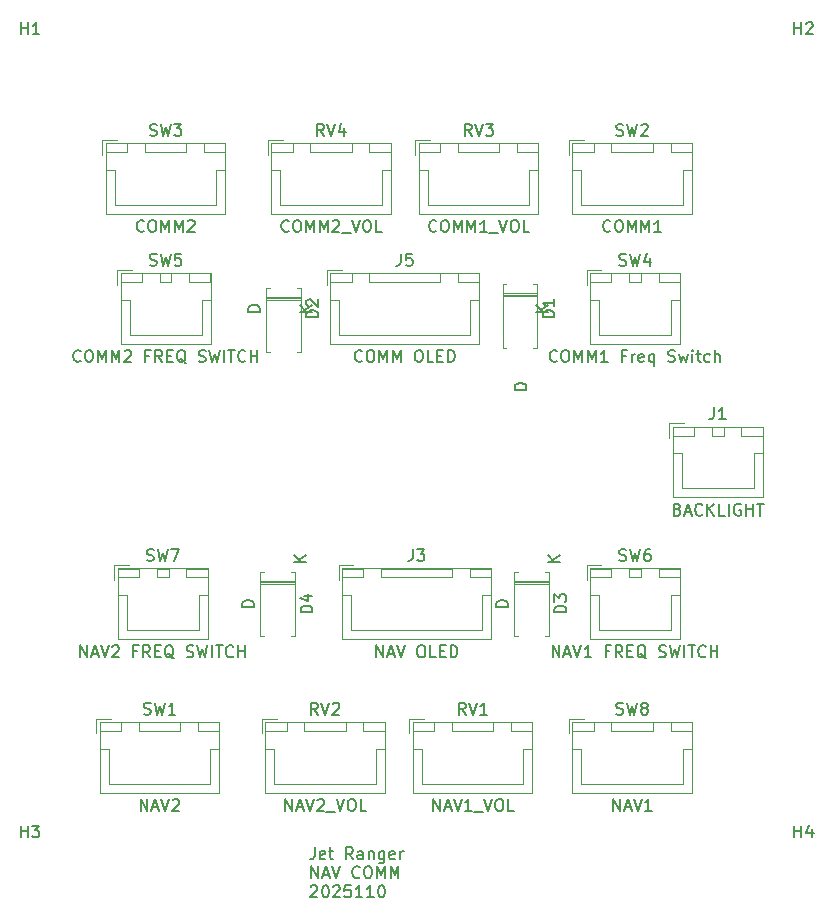
<source format=gbr>
%TF.GenerationSoftware,KiCad,Pcbnew,9.0.4*%
%TF.CreationDate,2025-11-10T14:31:51+11:00*%
%TF.ProjectId,Jet Ranger COM and NAV,4a657420-5261-46e6-9765-7220434f4d20,rev?*%
%TF.SameCoordinates,Original*%
%TF.FileFunction,Legend,Top*%
%TF.FilePolarity,Positive*%
%FSLAX46Y46*%
G04 Gerber Fmt 4.6, Leading zero omitted, Abs format (unit mm)*
G04 Created by KiCad (PCBNEW 9.0.4) date 2025-11-10 14:31:51*
%MOMM*%
%LPD*%
G01*
G04 APERTURE LIST*
%ADD10C,0.150000*%
%ADD11C,0.120000*%
G04 APERTURE END LIST*
D10*
X118122493Y-148649931D02*
X118122493Y-149364216D01*
X118122493Y-149364216D02*
X118074874Y-149507073D01*
X118074874Y-149507073D02*
X117979636Y-149602312D01*
X117979636Y-149602312D02*
X117836779Y-149649931D01*
X117836779Y-149649931D02*
X117741541Y-149649931D01*
X118979636Y-149602312D02*
X118884398Y-149649931D01*
X118884398Y-149649931D02*
X118693922Y-149649931D01*
X118693922Y-149649931D02*
X118598684Y-149602312D01*
X118598684Y-149602312D02*
X118551065Y-149507073D01*
X118551065Y-149507073D02*
X118551065Y-149126121D01*
X118551065Y-149126121D02*
X118598684Y-149030883D01*
X118598684Y-149030883D02*
X118693922Y-148983264D01*
X118693922Y-148983264D02*
X118884398Y-148983264D01*
X118884398Y-148983264D02*
X118979636Y-149030883D01*
X118979636Y-149030883D02*
X119027255Y-149126121D01*
X119027255Y-149126121D02*
X119027255Y-149221359D01*
X119027255Y-149221359D02*
X118551065Y-149316597D01*
X119312970Y-148983264D02*
X119693922Y-148983264D01*
X119455827Y-148649931D02*
X119455827Y-149507073D01*
X119455827Y-149507073D02*
X119503446Y-149602312D01*
X119503446Y-149602312D02*
X119598684Y-149649931D01*
X119598684Y-149649931D02*
X119693922Y-149649931D01*
X121360589Y-149649931D02*
X121027256Y-149173740D01*
X120789161Y-149649931D02*
X120789161Y-148649931D01*
X120789161Y-148649931D02*
X121170113Y-148649931D01*
X121170113Y-148649931D02*
X121265351Y-148697550D01*
X121265351Y-148697550D02*
X121312970Y-148745169D01*
X121312970Y-148745169D02*
X121360589Y-148840407D01*
X121360589Y-148840407D02*
X121360589Y-148983264D01*
X121360589Y-148983264D02*
X121312970Y-149078502D01*
X121312970Y-149078502D02*
X121265351Y-149126121D01*
X121265351Y-149126121D02*
X121170113Y-149173740D01*
X121170113Y-149173740D02*
X120789161Y-149173740D01*
X122217732Y-149649931D02*
X122217732Y-149126121D01*
X122217732Y-149126121D02*
X122170113Y-149030883D01*
X122170113Y-149030883D02*
X122074875Y-148983264D01*
X122074875Y-148983264D02*
X121884399Y-148983264D01*
X121884399Y-148983264D02*
X121789161Y-149030883D01*
X122217732Y-149602312D02*
X122122494Y-149649931D01*
X122122494Y-149649931D02*
X121884399Y-149649931D01*
X121884399Y-149649931D02*
X121789161Y-149602312D01*
X121789161Y-149602312D02*
X121741542Y-149507073D01*
X121741542Y-149507073D02*
X121741542Y-149411835D01*
X121741542Y-149411835D02*
X121789161Y-149316597D01*
X121789161Y-149316597D02*
X121884399Y-149268978D01*
X121884399Y-149268978D02*
X122122494Y-149268978D01*
X122122494Y-149268978D02*
X122217732Y-149221359D01*
X122693923Y-148983264D02*
X122693923Y-149649931D01*
X122693923Y-149078502D02*
X122741542Y-149030883D01*
X122741542Y-149030883D02*
X122836780Y-148983264D01*
X122836780Y-148983264D02*
X122979637Y-148983264D01*
X122979637Y-148983264D02*
X123074875Y-149030883D01*
X123074875Y-149030883D02*
X123122494Y-149126121D01*
X123122494Y-149126121D02*
X123122494Y-149649931D01*
X124027256Y-148983264D02*
X124027256Y-149792788D01*
X124027256Y-149792788D02*
X123979637Y-149888026D01*
X123979637Y-149888026D02*
X123932018Y-149935645D01*
X123932018Y-149935645D02*
X123836780Y-149983264D01*
X123836780Y-149983264D02*
X123693923Y-149983264D01*
X123693923Y-149983264D02*
X123598685Y-149935645D01*
X124027256Y-149602312D02*
X123932018Y-149649931D01*
X123932018Y-149649931D02*
X123741542Y-149649931D01*
X123741542Y-149649931D02*
X123646304Y-149602312D01*
X123646304Y-149602312D02*
X123598685Y-149554692D01*
X123598685Y-149554692D02*
X123551066Y-149459454D01*
X123551066Y-149459454D02*
X123551066Y-149173740D01*
X123551066Y-149173740D02*
X123598685Y-149078502D01*
X123598685Y-149078502D02*
X123646304Y-149030883D01*
X123646304Y-149030883D02*
X123741542Y-148983264D01*
X123741542Y-148983264D02*
X123932018Y-148983264D01*
X123932018Y-148983264D02*
X124027256Y-149030883D01*
X124884399Y-149602312D02*
X124789161Y-149649931D01*
X124789161Y-149649931D02*
X124598685Y-149649931D01*
X124598685Y-149649931D02*
X124503447Y-149602312D01*
X124503447Y-149602312D02*
X124455828Y-149507073D01*
X124455828Y-149507073D02*
X124455828Y-149126121D01*
X124455828Y-149126121D02*
X124503447Y-149030883D01*
X124503447Y-149030883D02*
X124598685Y-148983264D01*
X124598685Y-148983264D02*
X124789161Y-148983264D01*
X124789161Y-148983264D02*
X124884399Y-149030883D01*
X124884399Y-149030883D02*
X124932018Y-149126121D01*
X124932018Y-149126121D02*
X124932018Y-149221359D01*
X124932018Y-149221359D02*
X124455828Y-149316597D01*
X125360590Y-149649931D02*
X125360590Y-148983264D01*
X125360590Y-149173740D02*
X125408209Y-149078502D01*
X125408209Y-149078502D02*
X125455828Y-149030883D01*
X125455828Y-149030883D02*
X125551066Y-148983264D01*
X125551066Y-148983264D02*
X125646304Y-148983264D01*
X117836779Y-151259875D02*
X117836779Y-150259875D01*
X117836779Y-150259875D02*
X118408207Y-151259875D01*
X118408207Y-151259875D02*
X118408207Y-150259875D01*
X118836779Y-150974160D02*
X119312969Y-150974160D01*
X118741541Y-151259875D02*
X119074874Y-150259875D01*
X119074874Y-150259875D02*
X119408207Y-151259875D01*
X119598684Y-150259875D02*
X119932017Y-151259875D01*
X119932017Y-151259875D02*
X120265350Y-150259875D01*
X121932017Y-151164636D02*
X121884398Y-151212256D01*
X121884398Y-151212256D02*
X121741541Y-151259875D01*
X121741541Y-151259875D02*
X121646303Y-151259875D01*
X121646303Y-151259875D02*
X121503446Y-151212256D01*
X121503446Y-151212256D02*
X121408208Y-151117017D01*
X121408208Y-151117017D02*
X121360589Y-151021779D01*
X121360589Y-151021779D02*
X121312970Y-150831303D01*
X121312970Y-150831303D02*
X121312970Y-150688446D01*
X121312970Y-150688446D02*
X121360589Y-150497970D01*
X121360589Y-150497970D02*
X121408208Y-150402732D01*
X121408208Y-150402732D02*
X121503446Y-150307494D01*
X121503446Y-150307494D02*
X121646303Y-150259875D01*
X121646303Y-150259875D02*
X121741541Y-150259875D01*
X121741541Y-150259875D02*
X121884398Y-150307494D01*
X121884398Y-150307494D02*
X121932017Y-150355113D01*
X122551065Y-150259875D02*
X122741541Y-150259875D01*
X122741541Y-150259875D02*
X122836779Y-150307494D01*
X122836779Y-150307494D02*
X122932017Y-150402732D01*
X122932017Y-150402732D02*
X122979636Y-150593208D01*
X122979636Y-150593208D02*
X122979636Y-150926541D01*
X122979636Y-150926541D02*
X122932017Y-151117017D01*
X122932017Y-151117017D02*
X122836779Y-151212256D01*
X122836779Y-151212256D02*
X122741541Y-151259875D01*
X122741541Y-151259875D02*
X122551065Y-151259875D01*
X122551065Y-151259875D02*
X122455827Y-151212256D01*
X122455827Y-151212256D02*
X122360589Y-151117017D01*
X122360589Y-151117017D02*
X122312970Y-150926541D01*
X122312970Y-150926541D02*
X122312970Y-150593208D01*
X122312970Y-150593208D02*
X122360589Y-150402732D01*
X122360589Y-150402732D02*
X122455827Y-150307494D01*
X122455827Y-150307494D02*
X122551065Y-150259875D01*
X123408208Y-151259875D02*
X123408208Y-150259875D01*
X123408208Y-150259875D02*
X123741541Y-150974160D01*
X123741541Y-150974160D02*
X124074874Y-150259875D01*
X124074874Y-150259875D02*
X124074874Y-151259875D01*
X124551065Y-151259875D02*
X124551065Y-150259875D01*
X124551065Y-150259875D02*
X124884398Y-150974160D01*
X124884398Y-150974160D02*
X125217731Y-150259875D01*
X125217731Y-150259875D02*
X125217731Y-151259875D01*
X117789160Y-151965057D02*
X117836779Y-151917438D01*
X117836779Y-151917438D02*
X117932017Y-151869819D01*
X117932017Y-151869819D02*
X118170112Y-151869819D01*
X118170112Y-151869819D02*
X118265350Y-151917438D01*
X118265350Y-151917438D02*
X118312969Y-151965057D01*
X118312969Y-151965057D02*
X118360588Y-152060295D01*
X118360588Y-152060295D02*
X118360588Y-152155533D01*
X118360588Y-152155533D02*
X118312969Y-152298390D01*
X118312969Y-152298390D02*
X117741541Y-152869819D01*
X117741541Y-152869819D02*
X118360588Y-152869819D01*
X118979636Y-151869819D02*
X119074874Y-151869819D01*
X119074874Y-151869819D02*
X119170112Y-151917438D01*
X119170112Y-151917438D02*
X119217731Y-151965057D01*
X119217731Y-151965057D02*
X119265350Y-152060295D01*
X119265350Y-152060295D02*
X119312969Y-152250771D01*
X119312969Y-152250771D02*
X119312969Y-152488866D01*
X119312969Y-152488866D02*
X119265350Y-152679342D01*
X119265350Y-152679342D02*
X119217731Y-152774580D01*
X119217731Y-152774580D02*
X119170112Y-152822200D01*
X119170112Y-152822200D02*
X119074874Y-152869819D01*
X119074874Y-152869819D02*
X118979636Y-152869819D01*
X118979636Y-152869819D02*
X118884398Y-152822200D01*
X118884398Y-152822200D02*
X118836779Y-152774580D01*
X118836779Y-152774580D02*
X118789160Y-152679342D01*
X118789160Y-152679342D02*
X118741541Y-152488866D01*
X118741541Y-152488866D02*
X118741541Y-152250771D01*
X118741541Y-152250771D02*
X118789160Y-152060295D01*
X118789160Y-152060295D02*
X118836779Y-151965057D01*
X118836779Y-151965057D02*
X118884398Y-151917438D01*
X118884398Y-151917438D02*
X118979636Y-151869819D01*
X119693922Y-151965057D02*
X119741541Y-151917438D01*
X119741541Y-151917438D02*
X119836779Y-151869819D01*
X119836779Y-151869819D02*
X120074874Y-151869819D01*
X120074874Y-151869819D02*
X120170112Y-151917438D01*
X120170112Y-151917438D02*
X120217731Y-151965057D01*
X120217731Y-151965057D02*
X120265350Y-152060295D01*
X120265350Y-152060295D02*
X120265350Y-152155533D01*
X120265350Y-152155533D02*
X120217731Y-152298390D01*
X120217731Y-152298390D02*
X119646303Y-152869819D01*
X119646303Y-152869819D02*
X120265350Y-152869819D01*
X121170112Y-151869819D02*
X120693922Y-151869819D01*
X120693922Y-151869819D02*
X120646303Y-152346009D01*
X120646303Y-152346009D02*
X120693922Y-152298390D01*
X120693922Y-152298390D02*
X120789160Y-152250771D01*
X120789160Y-152250771D02*
X121027255Y-152250771D01*
X121027255Y-152250771D02*
X121122493Y-152298390D01*
X121122493Y-152298390D02*
X121170112Y-152346009D01*
X121170112Y-152346009D02*
X121217731Y-152441247D01*
X121217731Y-152441247D02*
X121217731Y-152679342D01*
X121217731Y-152679342D02*
X121170112Y-152774580D01*
X121170112Y-152774580D02*
X121122493Y-152822200D01*
X121122493Y-152822200D02*
X121027255Y-152869819D01*
X121027255Y-152869819D02*
X120789160Y-152869819D01*
X120789160Y-152869819D02*
X120693922Y-152822200D01*
X120693922Y-152822200D02*
X120646303Y-152774580D01*
X122170112Y-152869819D02*
X121598684Y-152869819D01*
X121884398Y-152869819D02*
X121884398Y-151869819D01*
X121884398Y-151869819D02*
X121789160Y-152012676D01*
X121789160Y-152012676D02*
X121693922Y-152107914D01*
X121693922Y-152107914D02*
X121598684Y-152155533D01*
X123122493Y-152869819D02*
X122551065Y-152869819D01*
X122836779Y-152869819D02*
X122836779Y-151869819D01*
X122836779Y-151869819D02*
X122741541Y-152012676D01*
X122741541Y-152012676D02*
X122646303Y-152107914D01*
X122646303Y-152107914D02*
X122551065Y-152155533D01*
X123741541Y-151869819D02*
X123836779Y-151869819D01*
X123836779Y-151869819D02*
X123932017Y-151917438D01*
X123932017Y-151917438D02*
X123979636Y-151965057D01*
X123979636Y-151965057D02*
X124027255Y-152060295D01*
X124027255Y-152060295D02*
X124074874Y-152250771D01*
X124074874Y-152250771D02*
X124074874Y-152488866D01*
X124074874Y-152488866D02*
X124027255Y-152679342D01*
X124027255Y-152679342D02*
X123979636Y-152774580D01*
X123979636Y-152774580D02*
X123932017Y-152822200D01*
X123932017Y-152822200D02*
X123836779Y-152869819D01*
X123836779Y-152869819D02*
X123741541Y-152869819D01*
X123741541Y-152869819D02*
X123646303Y-152822200D01*
X123646303Y-152822200D02*
X123598684Y-152774580D01*
X123598684Y-152774580D02*
X123551065Y-152679342D01*
X123551065Y-152679342D02*
X123503446Y-152488866D01*
X123503446Y-152488866D02*
X123503446Y-152250771D01*
X123503446Y-152250771D02*
X123551065Y-152060295D01*
X123551065Y-152060295D02*
X123598684Y-151965057D01*
X123598684Y-151965057D02*
X123646303Y-151917438D01*
X123646303Y-151917438D02*
X123741541Y-151869819D01*
X103916667Y-124357200D02*
X104059524Y-124404819D01*
X104059524Y-124404819D02*
X104297619Y-124404819D01*
X104297619Y-124404819D02*
X104392857Y-124357200D01*
X104392857Y-124357200D02*
X104440476Y-124309580D01*
X104440476Y-124309580D02*
X104488095Y-124214342D01*
X104488095Y-124214342D02*
X104488095Y-124119104D01*
X104488095Y-124119104D02*
X104440476Y-124023866D01*
X104440476Y-124023866D02*
X104392857Y-123976247D01*
X104392857Y-123976247D02*
X104297619Y-123928628D01*
X104297619Y-123928628D02*
X104107143Y-123881009D01*
X104107143Y-123881009D02*
X104011905Y-123833390D01*
X104011905Y-123833390D02*
X103964286Y-123785771D01*
X103964286Y-123785771D02*
X103916667Y-123690533D01*
X103916667Y-123690533D02*
X103916667Y-123595295D01*
X103916667Y-123595295D02*
X103964286Y-123500057D01*
X103964286Y-123500057D02*
X104011905Y-123452438D01*
X104011905Y-123452438D02*
X104107143Y-123404819D01*
X104107143Y-123404819D02*
X104345238Y-123404819D01*
X104345238Y-123404819D02*
X104488095Y-123452438D01*
X104821429Y-123404819D02*
X105059524Y-124404819D01*
X105059524Y-124404819D02*
X105250000Y-123690533D01*
X105250000Y-123690533D02*
X105440476Y-124404819D01*
X105440476Y-124404819D02*
X105678572Y-123404819D01*
X105964286Y-123404819D02*
X106630952Y-123404819D01*
X106630952Y-123404819D02*
X106202381Y-124404819D01*
X98273809Y-132554819D02*
X98273809Y-131554819D01*
X98273809Y-131554819D02*
X98845237Y-132554819D01*
X98845237Y-132554819D02*
X98845237Y-131554819D01*
X99273809Y-132269104D02*
X99749999Y-132269104D01*
X99178571Y-132554819D02*
X99511904Y-131554819D01*
X99511904Y-131554819D02*
X99845237Y-132554819D01*
X100035714Y-131554819D02*
X100369047Y-132554819D01*
X100369047Y-132554819D02*
X100702380Y-131554819D01*
X100988095Y-131650057D02*
X101035714Y-131602438D01*
X101035714Y-131602438D02*
X101130952Y-131554819D01*
X101130952Y-131554819D02*
X101369047Y-131554819D01*
X101369047Y-131554819D02*
X101464285Y-131602438D01*
X101464285Y-131602438D02*
X101511904Y-131650057D01*
X101511904Y-131650057D02*
X101559523Y-131745295D01*
X101559523Y-131745295D02*
X101559523Y-131840533D01*
X101559523Y-131840533D02*
X101511904Y-131983390D01*
X101511904Y-131983390D02*
X100940476Y-132554819D01*
X100940476Y-132554819D02*
X101559523Y-132554819D01*
X103083333Y-132031009D02*
X102750000Y-132031009D01*
X102750000Y-132554819D02*
X102750000Y-131554819D01*
X102750000Y-131554819D02*
X103226190Y-131554819D01*
X104178571Y-132554819D02*
X103845238Y-132078628D01*
X103607143Y-132554819D02*
X103607143Y-131554819D01*
X103607143Y-131554819D02*
X103988095Y-131554819D01*
X103988095Y-131554819D02*
X104083333Y-131602438D01*
X104083333Y-131602438D02*
X104130952Y-131650057D01*
X104130952Y-131650057D02*
X104178571Y-131745295D01*
X104178571Y-131745295D02*
X104178571Y-131888152D01*
X104178571Y-131888152D02*
X104130952Y-131983390D01*
X104130952Y-131983390D02*
X104083333Y-132031009D01*
X104083333Y-132031009D02*
X103988095Y-132078628D01*
X103988095Y-132078628D02*
X103607143Y-132078628D01*
X104607143Y-132031009D02*
X104940476Y-132031009D01*
X105083333Y-132554819D02*
X104607143Y-132554819D01*
X104607143Y-132554819D02*
X104607143Y-131554819D01*
X104607143Y-131554819D02*
X105083333Y-131554819D01*
X106178571Y-132650057D02*
X106083333Y-132602438D01*
X106083333Y-132602438D02*
X105988095Y-132507200D01*
X105988095Y-132507200D02*
X105845238Y-132364342D01*
X105845238Y-132364342D02*
X105750000Y-132316723D01*
X105750000Y-132316723D02*
X105654762Y-132316723D01*
X105702381Y-132554819D02*
X105607143Y-132507200D01*
X105607143Y-132507200D02*
X105511905Y-132411961D01*
X105511905Y-132411961D02*
X105464286Y-132221485D01*
X105464286Y-132221485D02*
X105464286Y-131888152D01*
X105464286Y-131888152D02*
X105511905Y-131697676D01*
X105511905Y-131697676D02*
X105607143Y-131602438D01*
X105607143Y-131602438D02*
X105702381Y-131554819D01*
X105702381Y-131554819D02*
X105892857Y-131554819D01*
X105892857Y-131554819D02*
X105988095Y-131602438D01*
X105988095Y-131602438D02*
X106083333Y-131697676D01*
X106083333Y-131697676D02*
X106130952Y-131888152D01*
X106130952Y-131888152D02*
X106130952Y-132221485D01*
X106130952Y-132221485D02*
X106083333Y-132411961D01*
X106083333Y-132411961D02*
X105988095Y-132507200D01*
X105988095Y-132507200D02*
X105892857Y-132554819D01*
X105892857Y-132554819D02*
X105702381Y-132554819D01*
X107273810Y-132507200D02*
X107416667Y-132554819D01*
X107416667Y-132554819D02*
X107654762Y-132554819D01*
X107654762Y-132554819D02*
X107750000Y-132507200D01*
X107750000Y-132507200D02*
X107797619Y-132459580D01*
X107797619Y-132459580D02*
X107845238Y-132364342D01*
X107845238Y-132364342D02*
X107845238Y-132269104D01*
X107845238Y-132269104D02*
X107797619Y-132173866D01*
X107797619Y-132173866D02*
X107750000Y-132126247D01*
X107750000Y-132126247D02*
X107654762Y-132078628D01*
X107654762Y-132078628D02*
X107464286Y-132031009D01*
X107464286Y-132031009D02*
X107369048Y-131983390D01*
X107369048Y-131983390D02*
X107321429Y-131935771D01*
X107321429Y-131935771D02*
X107273810Y-131840533D01*
X107273810Y-131840533D02*
X107273810Y-131745295D01*
X107273810Y-131745295D02*
X107321429Y-131650057D01*
X107321429Y-131650057D02*
X107369048Y-131602438D01*
X107369048Y-131602438D02*
X107464286Y-131554819D01*
X107464286Y-131554819D02*
X107702381Y-131554819D01*
X107702381Y-131554819D02*
X107845238Y-131602438D01*
X108178572Y-131554819D02*
X108416667Y-132554819D01*
X108416667Y-132554819D02*
X108607143Y-131840533D01*
X108607143Y-131840533D02*
X108797619Y-132554819D01*
X108797619Y-132554819D02*
X109035715Y-131554819D01*
X109416667Y-132554819D02*
X109416667Y-131554819D01*
X109750000Y-131554819D02*
X110321428Y-131554819D01*
X110035714Y-132554819D02*
X110035714Y-131554819D01*
X111226190Y-132459580D02*
X111178571Y-132507200D01*
X111178571Y-132507200D02*
X111035714Y-132554819D01*
X111035714Y-132554819D02*
X110940476Y-132554819D01*
X110940476Y-132554819D02*
X110797619Y-132507200D01*
X110797619Y-132507200D02*
X110702381Y-132411961D01*
X110702381Y-132411961D02*
X110654762Y-132316723D01*
X110654762Y-132316723D02*
X110607143Y-132126247D01*
X110607143Y-132126247D02*
X110607143Y-131983390D01*
X110607143Y-131983390D02*
X110654762Y-131792914D01*
X110654762Y-131792914D02*
X110702381Y-131697676D01*
X110702381Y-131697676D02*
X110797619Y-131602438D01*
X110797619Y-131602438D02*
X110940476Y-131554819D01*
X110940476Y-131554819D02*
X111035714Y-131554819D01*
X111035714Y-131554819D02*
X111178571Y-131602438D01*
X111178571Y-131602438D02*
X111226190Y-131650057D01*
X111654762Y-132554819D02*
X111654762Y-131554819D01*
X111654762Y-132031009D02*
X112226190Y-132031009D01*
X112226190Y-132554819D02*
X112226190Y-131554819D01*
X158738095Y-147804819D02*
X158738095Y-146804819D01*
X158738095Y-147281009D02*
X159309523Y-147281009D01*
X159309523Y-147804819D02*
X159309523Y-146804819D01*
X160214285Y-147138152D02*
X160214285Y-147804819D01*
X159976190Y-146757200D02*
X159738095Y-147471485D01*
X159738095Y-147471485D02*
X160357142Y-147471485D01*
X118904761Y-88404819D02*
X118571428Y-87928628D01*
X118333333Y-88404819D02*
X118333333Y-87404819D01*
X118333333Y-87404819D02*
X118714285Y-87404819D01*
X118714285Y-87404819D02*
X118809523Y-87452438D01*
X118809523Y-87452438D02*
X118857142Y-87500057D01*
X118857142Y-87500057D02*
X118904761Y-87595295D01*
X118904761Y-87595295D02*
X118904761Y-87738152D01*
X118904761Y-87738152D02*
X118857142Y-87833390D01*
X118857142Y-87833390D02*
X118809523Y-87881009D01*
X118809523Y-87881009D02*
X118714285Y-87928628D01*
X118714285Y-87928628D02*
X118333333Y-87928628D01*
X119190476Y-87404819D02*
X119523809Y-88404819D01*
X119523809Y-88404819D02*
X119857142Y-87404819D01*
X120619047Y-87738152D02*
X120619047Y-88404819D01*
X120380952Y-87357200D02*
X120142857Y-88071485D01*
X120142857Y-88071485D02*
X120761904Y-88071485D01*
X115928571Y-96459580D02*
X115880952Y-96507200D01*
X115880952Y-96507200D02*
X115738095Y-96554819D01*
X115738095Y-96554819D02*
X115642857Y-96554819D01*
X115642857Y-96554819D02*
X115500000Y-96507200D01*
X115500000Y-96507200D02*
X115404762Y-96411961D01*
X115404762Y-96411961D02*
X115357143Y-96316723D01*
X115357143Y-96316723D02*
X115309524Y-96126247D01*
X115309524Y-96126247D02*
X115309524Y-95983390D01*
X115309524Y-95983390D02*
X115357143Y-95792914D01*
X115357143Y-95792914D02*
X115404762Y-95697676D01*
X115404762Y-95697676D02*
X115500000Y-95602438D01*
X115500000Y-95602438D02*
X115642857Y-95554819D01*
X115642857Y-95554819D02*
X115738095Y-95554819D01*
X115738095Y-95554819D02*
X115880952Y-95602438D01*
X115880952Y-95602438D02*
X115928571Y-95650057D01*
X116547619Y-95554819D02*
X116738095Y-95554819D01*
X116738095Y-95554819D02*
X116833333Y-95602438D01*
X116833333Y-95602438D02*
X116928571Y-95697676D01*
X116928571Y-95697676D02*
X116976190Y-95888152D01*
X116976190Y-95888152D02*
X116976190Y-96221485D01*
X116976190Y-96221485D02*
X116928571Y-96411961D01*
X116928571Y-96411961D02*
X116833333Y-96507200D01*
X116833333Y-96507200D02*
X116738095Y-96554819D01*
X116738095Y-96554819D02*
X116547619Y-96554819D01*
X116547619Y-96554819D02*
X116452381Y-96507200D01*
X116452381Y-96507200D02*
X116357143Y-96411961D01*
X116357143Y-96411961D02*
X116309524Y-96221485D01*
X116309524Y-96221485D02*
X116309524Y-95888152D01*
X116309524Y-95888152D02*
X116357143Y-95697676D01*
X116357143Y-95697676D02*
X116452381Y-95602438D01*
X116452381Y-95602438D02*
X116547619Y-95554819D01*
X117404762Y-96554819D02*
X117404762Y-95554819D01*
X117404762Y-95554819D02*
X117738095Y-96269104D01*
X117738095Y-96269104D02*
X118071428Y-95554819D01*
X118071428Y-95554819D02*
X118071428Y-96554819D01*
X118547619Y-96554819D02*
X118547619Y-95554819D01*
X118547619Y-95554819D02*
X118880952Y-96269104D01*
X118880952Y-96269104D02*
X119214285Y-95554819D01*
X119214285Y-95554819D02*
X119214285Y-96554819D01*
X119642857Y-95650057D02*
X119690476Y-95602438D01*
X119690476Y-95602438D02*
X119785714Y-95554819D01*
X119785714Y-95554819D02*
X120023809Y-95554819D01*
X120023809Y-95554819D02*
X120119047Y-95602438D01*
X120119047Y-95602438D02*
X120166666Y-95650057D01*
X120166666Y-95650057D02*
X120214285Y-95745295D01*
X120214285Y-95745295D02*
X120214285Y-95840533D01*
X120214285Y-95840533D02*
X120166666Y-95983390D01*
X120166666Y-95983390D02*
X119595238Y-96554819D01*
X119595238Y-96554819D02*
X120214285Y-96554819D01*
X120404762Y-96650057D02*
X121166666Y-96650057D01*
X121261905Y-95554819D02*
X121595238Y-96554819D01*
X121595238Y-96554819D02*
X121928571Y-95554819D01*
X122452381Y-95554819D02*
X122642857Y-95554819D01*
X122642857Y-95554819D02*
X122738095Y-95602438D01*
X122738095Y-95602438D02*
X122833333Y-95697676D01*
X122833333Y-95697676D02*
X122880952Y-95888152D01*
X122880952Y-95888152D02*
X122880952Y-96221485D01*
X122880952Y-96221485D02*
X122833333Y-96411961D01*
X122833333Y-96411961D02*
X122738095Y-96507200D01*
X122738095Y-96507200D02*
X122642857Y-96554819D01*
X122642857Y-96554819D02*
X122452381Y-96554819D01*
X122452381Y-96554819D02*
X122357143Y-96507200D01*
X122357143Y-96507200D02*
X122261905Y-96411961D01*
X122261905Y-96411961D02*
X122214286Y-96221485D01*
X122214286Y-96221485D02*
X122214286Y-95888152D01*
X122214286Y-95888152D02*
X122261905Y-95697676D01*
X122261905Y-95697676D02*
X122357143Y-95602438D01*
X122357143Y-95602438D02*
X122452381Y-95554819D01*
X123785714Y-96554819D02*
X123309524Y-96554819D01*
X123309524Y-96554819D02*
X123309524Y-95554819D01*
X93238095Y-147804819D02*
X93238095Y-146804819D01*
X93238095Y-147281009D02*
X93809523Y-147281009D01*
X93809523Y-147804819D02*
X93809523Y-146804819D01*
X94190476Y-146804819D02*
X94809523Y-146804819D01*
X94809523Y-146804819D02*
X94476190Y-147185771D01*
X94476190Y-147185771D02*
X94619047Y-147185771D01*
X94619047Y-147185771D02*
X94714285Y-147233390D01*
X94714285Y-147233390D02*
X94761904Y-147281009D01*
X94761904Y-147281009D02*
X94809523Y-147376247D01*
X94809523Y-147376247D02*
X94809523Y-147614342D01*
X94809523Y-147614342D02*
X94761904Y-147709580D01*
X94761904Y-147709580D02*
X94714285Y-147757200D01*
X94714285Y-147757200D02*
X94619047Y-147804819D01*
X94619047Y-147804819D02*
X94333333Y-147804819D01*
X94333333Y-147804819D02*
X94238095Y-147757200D01*
X94238095Y-147757200D02*
X94190476Y-147709580D01*
X130904761Y-137404819D02*
X130571428Y-136928628D01*
X130333333Y-137404819D02*
X130333333Y-136404819D01*
X130333333Y-136404819D02*
X130714285Y-136404819D01*
X130714285Y-136404819D02*
X130809523Y-136452438D01*
X130809523Y-136452438D02*
X130857142Y-136500057D01*
X130857142Y-136500057D02*
X130904761Y-136595295D01*
X130904761Y-136595295D02*
X130904761Y-136738152D01*
X130904761Y-136738152D02*
X130857142Y-136833390D01*
X130857142Y-136833390D02*
X130809523Y-136881009D01*
X130809523Y-136881009D02*
X130714285Y-136928628D01*
X130714285Y-136928628D02*
X130333333Y-136928628D01*
X131190476Y-136404819D02*
X131523809Y-137404819D01*
X131523809Y-137404819D02*
X131857142Y-136404819D01*
X132714285Y-137404819D02*
X132142857Y-137404819D01*
X132428571Y-137404819D02*
X132428571Y-136404819D01*
X132428571Y-136404819D02*
X132333333Y-136547676D01*
X132333333Y-136547676D02*
X132238095Y-136642914D01*
X132238095Y-136642914D02*
X132142857Y-136690533D01*
X128142857Y-145554819D02*
X128142857Y-144554819D01*
X128142857Y-144554819D02*
X128714285Y-145554819D01*
X128714285Y-145554819D02*
X128714285Y-144554819D01*
X129142857Y-145269104D02*
X129619047Y-145269104D01*
X129047619Y-145554819D02*
X129380952Y-144554819D01*
X129380952Y-144554819D02*
X129714285Y-145554819D01*
X129904762Y-144554819D02*
X130238095Y-145554819D01*
X130238095Y-145554819D02*
X130571428Y-144554819D01*
X131428571Y-145554819D02*
X130857143Y-145554819D01*
X131142857Y-145554819D02*
X131142857Y-144554819D01*
X131142857Y-144554819D02*
X131047619Y-144697676D01*
X131047619Y-144697676D02*
X130952381Y-144792914D01*
X130952381Y-144792914D02*
X130857143Y-144840533D01*
X131619048Y-145650057D02*
X132380952Y-145650057D01*
X132476191Y-144554819D02*
X132809524Y-145554819D01*
X132809524Y-145554819D02*
X133142857Y-144554819D01*
X133666667Y-144554819D02*
X133857143Y-144554819D01*
X133857143Y-144554819D02*
X133952381Y-144602438D01*
X133952381Y-144602438D02*
X134047619Y-144697676D01*
X134047619Y-144697676D02*
X134095238Y-144888152D01*
X134095238Y-144888152D02*
X134095238Y-145221485D01*
X134095238Y-145221485D02*
X134047619Y-145411961D01*
X134047619Y-145411961D02*
X133952381Y-145507200D01*
X133952381Y-145507200D02*
X133857143Y-145554819D01*
X133857143Y-145554819D02*
X133666667Y-145554819D01*
X133666667Y-145554819D02*
X133571429Y-145507200D01*
X133571429Y-145507200D02*
X133476191Y-145411961D01*
X133476191Y-145411961D02*
X133428572Y-145221485D01*
X133428572Y-145221485D02*
X133428572Y-144888152D01*
X133428572Y-144888152D02*
X133476191Y-144697676D01*
X133476191Y-144697676D02*
X133571429Y-144602438D01*
X133571429Y-144602438D02*
X133666667Y-144554819D01*
X135000000Y-145554819D02*
X134523810Y-145554819D01*
X134523810Y-145554819D02*
X134523810Y-144554819D01*
X93238095Y-79804819D02*
X93238095Y-78804819D01*
X93238095Y-79281009D02*
X93809523Y-79281009D01*
X93809523Y-79804819D02*
X93809523Y-78804819D01*
X94809523Y-79804819D02*
X94238095Y-79804819D01*
X94523809Y-79804819D02*
X94523809Y-78804819D01*
X94523809Y-78804819D02*
X94428571Y-78947676D01*
X94428571Y-78947676D02*
X94333333Y-79042914D01*
X94333333Y-79042914D02*
X94238095Y-79090533D01*
X117924819Y-128763094D02*
X116924819Y-128763094D01*
X116924819Y-128763094D02*
X116924819Y-128524999D01*
X116924819Y-128524999D02*
X116972438Y-128382142D01*
X116972438Y-128382142D02*
X117067676Y-128286904D01*
X117067676Y-128286904D02*
X117162914Y-128239285D01*
X117162914Y-128239285D02*
X117353390Y-128191666D01*
X117353390Y-128191666D02*
X117496247Y-128191666D01*
X117496247Y-128191666D02*
X117686723Y-128239285D01*
X117686723Y-128239285D02*
X117781961Y-128286904D01*
X117781961Y-128286904D02*
X117877200Y-128382142D01*
X117877200Y-128382142D02*
X117924819Y-128524999D01*
X117924819Y-128524999D02*
X117924819Y-128763094D01*
X117258152Y-127334523D02*
X117924819Y-127334523D01*
X116877200Y-127572618D02*
X117591485Y-127810713D01*
X117591485Y-127810713D02*
X117591485Y-127191666D01*
X112984819Y-128286904D02*
X111984819Y-128286904D01*
X111984819Y-128286904D02*
X111984819Y-128048809D01*
X111984819Y-128048809D02*
X112032438Y-127905952D01*
X112032438Y-127905952D02*
X112127676Y-127810714D01*
X112127676Y-127810714D02*
X112222914Y-127763095D01*
X112222914Y-127763095D02*
X112413390Y-127715476D01*
X112413390Y-127715476D02*
X112556247Y-127715476D01*
X112556247Y-127715476D02*
X112746723Y-127763095D01*
X112746723Y-127763095D02*
X112841961Y-127810714D01*
X112841961Y-127810714D02*
X112937200Y-127905952D01*
X112937200Y-127905952D02*
X112984819Y-128048809D01*
X112984819Y-128048809D02*
X112984819Y-128286904D01*
X117354819Y-124476904D02*
X116354819Y-124476904D01*
X117354819Y-123905476D02*
X116783390Y-124334047D01*
X116354819Y-123905476D02*
X116926247Y-124476904D01*
X143666667Y-88357200D02*
X143809524Y-88404819D01*
X143809524Y-88404819D02*
X144047619Y-88404819D01*
X144047619Y-88404819D02*
X144142857Y-88357200D01*
X144142857Y-88357200D02*
X144190476Y-88309580D01*
X144190476Y-88309580D02*
X144238095Y-88214342D01*
X144238095Y-88214342D02*
X144238095Y-88119104D01*
X144238095Y-88119104D02*
X144190476Y-88023866D01*
X144190476Y-88023866D02*
X144142857Y-87976247D01*
X144142857Y-87976247D02*
X144047619Y-87928628D01*
X144047619Y-87928628D02*
X143857143Y-87881009D01*
X143857143Y-87881009D02*
X143761905Y-87833390D01*
X143761905Y-87833390D02*
X143714286Y-87785771D01*
X143714286Y-87785771D02*
X143666667Y-87690533D01*
X143666667Y-87690533D02*
X143666667Y-87595295D01*
X143666667Y-87595295D02*
X143714286Y-87500057D01*
X143714286Y-87500057D02*
X143761905Y-87452438D01*
X143761905Y-87452438D02*
X143857143Y-87404819D01*
X143857143Y-87404819D02*
X144095238Y-87404819D01*
X144095238Y-87404819D02*
X144238095Y-87452438D01*
X144571429Y-87404819D02*
X144809524Y-88404819D01*
X144809524Y-88404819D02*
X145000000Y-87690533D01*
X145000000Y-87690533D02*
X145190476Y-88404819D01*
X145190476Y-88404819D02*
X145428572Y-87404819D01*
X145761905Y-87500057D02*
X145809524Y-87452438D01*
X145809524Y-87452438D02*
X145904762Y-87404819D01*
X145904762Y-87404819D02*
X146142857Y-87404819D01*
X146142857Y-87404819D02*
X146238095Y-87452438D01*
X146238095Y-87452438D02*
X146285714Y-87500057D01*
X146285714Y-87500057D02*
X146333333Y-87595295D01*
X146333333Y-87595295D02*
X146333333Y-87690533D01*
X146333333Y-87690533D02*
X146285714Y-87833390D01*
X146285714Y-87833390D02*
X145714286Y-88404819D01*
X145714286Y-88404819D02*
X146333333Y-88404819D01*
X143166666Y-96459580D02*
X143119047Y-96507200D01*
X143119047Y-96507200D02*
X142976190Y-96554819D01*
X142976190Y-96554819D02*
X142880952Y-96554819D01*
X142880952Y-96554819D02*
X142738095Y-96507200D01*
X142738095Y-96507200D02*
X142642857Y-96411961D01*
X142642857Y-96411961D02*
X142595238Y-96316723D01*
X142595238Y-96316723D02*
X142547619Y-96126247D01*
X142547619Y-96126247D02*
X142547619Y-95983390D01*
X142547619Y-95983390D02*
X142595238Y-95792914D01*
X142595238Y-95792914D02*
X142642857Y-95697676D01*
X142642857Y-95697676D02*
X142738095Y-95602438D01*
X142738095Y-95602438D02*
X142880952Y-95554819D01*
X142880952Y-95554819D02*
X142976190Y-95554819D01*
X142976190Y-95554819D02*
X143119047Y-95602438D01*
X143119047Y-95602438D02*
X143166666Y-95650057D01*
X143785714Y-95554819D02*
X143976190Y-95554819D01*
X143976190Y-95554819D02*
X144071428Y-95602438D01*
X144071428Y-95602438D02*
X144166666Y-95697676D01*
X144166666Y-95697676D02*
X144214285Y-95888152D01*
X144214285Y-95888152D02*
X144214285Y-96221485D01*
X144214285Y-96221485D02*
X144166666Y-96411961D01*
X144166666Y-96411961D02*
X144071428Y-96507200D01*
X144071428Y-96507200D02*
X143976190Y-96554819D01*
X143976190Y-96554819D02*
X143785714Y-96554819D01*
X143785714Y-96554819D02*
X143690476Y-96507200D01*
X143690476Y-96507200D02*
X143595238Y-96411961D01*
X143595238Y-96411961D02*
X143547619Y-96221485D01*
X143547619Y-96221485D02*
X143547619Y-95888152D01*
X143547619Y-95888152D02*
X143595238Y-95697676D01*
X143595238Y-95697676D02*
X143690476Y-95602438D01*
X143690476Y-95602438D02*
X143785714Y-95554819D01*
X144642857Y-96554819D02*
X144642857Y-95554819D01*
X144642857Y-95554819D02*
X144976190Y-96269104D01*
X144976190Y-96269104D02*
X145309523Y-95554819D01*
X145309523Y-95554819D02*
X145309523Y-96554819D01*
X145785714Y-96554819D02*
X145785714Y-95554819D01*
X145785714Y-95554819D02*
X146119047Y-96269104D01*
X146119047Y-96269104D02*
X146452380Y-95554819D01*
X146452380Y-95554819D02*
X146452380Y-96554819D01*
X147452380Y-96554819D02*
X146880952Y-96554819D01*
X147166666Y-96554819D02*
X147166666Y-95554819D01*
X147166666Y-95554819D02*
X147071428Y-95697676D01*
X147071428Y-95697676D02*
X146976190Y-95792914D01*
X146976190Y-95792914D02*
X146880952Y-95840533D01*
X125416666Y-98404819D02*
X125416666Y-99119104D01*
X125416666Y-99119104D02*
X125369047Y-99261961D01*
X125369047Y-99261961D02*
X125273809Y-99357200D01*
X125273809Y-99357200D02*
X125130952Y-99404819D01*
X125130952Y-99404819D02*
X125035714Y-99404819D01*
X126369047Y-98404819D02*
X125892857Y-98404819D01*
X125892857Y-98404819D02*
X125845238Y-98881009D01*
X125845238Y-98881009D02*
X125892857Y-98833390D01*
X125892857Y-98833390D02*
X125988095Y-98785771D01*
X125988095Y-98785771D02*
X126226190Y-98785771D01*
X126226190Y-98785771D02*
X126321428Y-98833390D01*
X126321428Y-98833390D02*
X126369047Y-98881009D01*
X126369047Y-98881009D02*
X126416666Y-98976247D01*
X126416666Y-98976247D02*
X126416666Y-99214342D01*
X126416666Y-99214342D02*
X126369047Y-99309580D01*
X126369047Y-99309580D02*
X126321428Y-99357200D01*
X126321428Y-99357200D02*
X126226190Y-99404819D01*
X126226190Y-99404819D02*
X125988095Y-99404819D01*
X125988095Y-99404819D02*
X125892857Y-99357200D01*
X125892857Y-99357200D02*
X125845238Y-99309580D01*
X122130952Y-107459580D02*
X122083333Y-107507200D01*
X122083333Y-107507200D02*
X121940476Y-107554819D01*
X121940476Y-107554819D02*
X121845238Y-107554819D01*
X121845238Y-107554819D02*
X121702381Y-107507200D01*
X121702381Y-107507200D02*
X121607143Y-107411961D01*
X121607143Y-107411961D02*
X121559524Y-107316723D01*
X121559524Y-107316723D02*
X121511905Y-107126247D01*
X121511905Y-107126247D02*
X121511905Y-106983390D01*
X121511905Y-106983390D02*
X121559524Y-106792914D01*
X121559524Y-106792914D02*
X121607143Y-106697676D01*
X121607143Y-106697676D02*
X121702381Y-106602438D01*
X121702381Y-106602438D02*
X121845238Y-106554819D01*
X121845238Y-106554819D02*
X121940476Y-106554819D01*
X121940476Y-106554819D02*
X122083333Y-106602438D01*
X122083333Y-106602438D02*
X122130952Y-106650057D01*
X122750000Y-106554819D02*
X122940476Y-106554819D01*
X122940476Y-106554819D02*
X123035714Y-106602438D01*
X123035714Y-106602438D02*
X123130952Y-106697676D01*
X123130952Y-106697676D02*
X123178571Y-106888152D01*
X123178571Y-106888152D02*
X123178571Y-107221485D01*
X123178571Y-107221485D02*
X123130952Y-107411961D01*
X123130952Y-107411961D02*
X123035714Y-107507200D01*
X123035714Y-107507200D02*
X122940476Y-107554819D01*
X122940476Y-107554819D02*
X122750000Y-107554819D01*
X122750000Y-107554819D02*
X122654762Y-107507200D01*
X122654762Y-107507200D02*
X122559524Y-107411961D01*
X122559524Y-107411961D02*
X122511905Y-107221485D01*
X122511905Y-107221485D02*
X122511905Y-106888152D01*
X122511905Y-106888152D02*
X122559524Y-106697676D01*
X122559524Y-106697676D02*
X122654762Y-106602438D01*
X122654762Y-106602438D02*
X122750000Y-106554819D01*
X123607143Y-107554819D02*
X123607143Y-106554819D01*
X123607143Y-106554819D02*
X123940476Y-107269104D01*
X123940476Y-107269104D02*
X124273809Y-106554819D01*
X124273809Y-106554819D02*
X124273809Y-107554819D01*
X124750000Y-107554819D02*
X124750000Y-106554819D01*
X124750000Y-106554819D02*
X125083333Y-107269104D01*
X125083333Y-107269104D02*
X125416666Y-106554819D01*
X125416666Y-106554819D02*
X125416666Y-107554819D01*
X126845238Y-106554819D02*
X127035714Y-106554819D01*
X127035714Y-106554819D02*
X127130952Y-106602438D01*
X127130952Y-106602438D02*
X127226190Y-106697676D01*
X127226190Y-106697676D02*
X127273809Y-106888152D01*
X127273809Y-106888152D02*
X127273809Y-107221485D01*
X127273809Y-107221485D02*
X127226190Y-107411961D01*
X127226190Y-107411961D02*
X127130952Y-107507200D01*
X127130952Y-107507200D02*
X127035714Y-107554819D01*
X127035714Y-107554819D02*
X126845238Y-107554819D01*
X126845238Y-107554819D02*
X126750000Y-107507200D01*
X126750000Y-107507200D02*
X126654762Y-107411961D01*
X126654762Y-107411961D02*
X126607143Y-107221485D01*
X126607143Y-107221485D02*
X126607143Y-106888152D01*
X126607143Y-106888152D02*
X126654762Y-106697676D01*
X126654762Y-106697676D02*
X126750000Y-106602438D01*
X126750000Y-106602438D02*
X126845238Y-106554819D01*
X128178571Y-107554819D02*
X127702381Y-107554819D01*
X127702381Y-107554819D02*
X127702381Y-106554819D01*
X128511905Y-107031009D02*
X128845238Y-107031009D01*
X128988095Y-107554819D02*
X128511905Y-107554819D01*
X128511905Y-107554819D02*
X128511905Y-106554819D01*
X128511905Y-106554819D02*
X128988095Y-106554819D01*
X129416667Y-107554819D02*
X129416667Y-106554819D01*
X129416667Y-106554819D02*
X129654762Y-106554819D01*
X129654762Y-106554819D02*
X129797619Y-106602438D01*
X129797619Y-106602438D02*
X129892857Y-106697676D01*
X129892857Y-106697676D02*
X129940476Y-106792914D01*
X129940476Y-106792914D02*
X129988095Y-106983390D01*
X129988095Y-106983390D02*
X129988095Y-107126247D01*
X129988095Y-107126247D02*
X129940476Y-107316723D01*
X129940476Y-107316723D02*
X129892857Y-107411961D01*
X129892857Y-107411961D02*
X129797619Y-107507200D01*
X129797619Y-107507200D02*
X129654762Y-107554819D01*
X129654762Y-107554819D02*
X129416667Y-107554819D01*
X143666667Y-137357200D02*
X143809524Y-137404819D01*
X143809524Y-137404819D02*
X144047619Y-137404819D01*
X144047619Y-137404819D02*
X144142857Y-137357200D01*
X144142857Y-137357200D02*
X144190476Y-137309580D01*
X144190476Y-137309580D02*
X144238095Y-137214342D01*
X144238095Y-137214342D02*
X144238095Y-137119104D01*
X144238095Y-137119104D02*
X144190476Y-137023866D01*
X144190476Y-137023866D02*
X144142857Y-136976247D01*
X144142857Y-136976247D02*
X144047619Y-136928628D01*
X144047619Y-136928628D02*
X143857143Y-136881009D01*
X143857143Y-136881009D02*
X143761905Y-136833390D01*
X143761905Y-136833390D02*
X143714286Y-136785771D01*
X143714286Y-136785771D02*
X143666667Y-136690533D01*
X143666667Y-136690533D02*
X143666667Y-136595295D01*
X143666667Y-136595295D02*
X143714286Y-136500057D01*
X143714286Y-136500057D02*
X143761905Y-136452438D01*
X143761905Y-136452438D02*
X143857143Y-136404819D01*
X143857143Y-136404819D02*
X144095238Y-136404819D01*
X144095238Y-136404819D02*
X144238095Y-136452438D01*
X144571429Y-136404819D02*
X144809524Y-137404819D01*
X144809524Y-137404819D02*
X145000000Y-136690533D01*
X145000000Y-136690533D02*
X145190476Y-137404819D01*
X145190476Y-137404819D02*
X145428572Y-136404819D01*
X145952381Y-136833390D02*
X145857143Y-136785771D01*
X145857143Y-136785771D02*
X145809524Y-136738152D01*
X145809524Y-136738152D02*
X145761905Y-136642914D01*
X145761905Y-136642914D02*
X145761905Y-136595295D01*
X145761905Y-136595295D02*
X145809524Y-136500057D01*
X145809524Y-136500057D02*
X145857143Y-136452438D01*
X145857143Y-136452438D02*
X145952381Y-136404819D01*
X145952381Y-136404819D02*
X146142857Y-136404819D01*
X146142857Y-136404819D02*
X146238095Y-136452438D01*
X146238095Y-136452438D02*
X146285714Y-136500057D01*
X146285714Y-136500057D02*
X146333333Y-136595295D01*
X146333333Y-136595295D02*
X146333333Y-136642914D01*
X146333333Y-136642914D02*
X146285714Y-136738152D01*
X146285714Y-136738152D02*
X146238095Y-136785771D01*
X146238095Y-136785771D02*
X146142857Y-136833390D01*
X146142857Y-136833390D02*
X145952381Y-136833390D01*
X145952381Y-136833390D02*
X145857143Y-136881009D01*
X145857143Y-136881009D02*
X145809524Y-136928628D01*
X145809524Y-136928628D02*
X145761905Y-137023866D01*
X145761905Y-137023866D02*
X145761905Y-137214342D01*
X145761905Y-137214342D02*
X145809524Y-137309580D01*
X145809524Y-137309580D02*
X145857143Y-137357200D01*
X145857143Y-137357200D02*
X145952381Y-137404819D01*
X145952381Y-137404819D02*
X146142857Y-137404819D01*
X146142857Y-137404819D02*
X146238095Y-137357200D01*
X146238095Y-137357200D02*
X146285714Y-137309580D01*
X146285714Y-137309580D02*
X146333333Y-137214342D01*
X146333333Y-137214342D02*
X146333333Y-137023866D01*
X146333333Y-137023866D02*
X146285714Y-136928628D01*
X146285714Y-136928628D02*
X146238095Y-136881009D01*
X146238095Y-136881009D02*
X146142857Y-136833390D01*
X143380952Y-145554819D02*
X143380952Y-144554819D01*
X143380952Y-144554819D02*
X143952380Y-145554819D01*
X143952380Y-145554819D02*
X143952380Y-144554819D01*
X144380952Y-145269104D02*
X144857142Y-145269104D01*
X144285714Y-145554819D02*
X144619047Y-144554819D01*
X144619047Y-144554819D02*
X144952380Y-145554819D01*
X145142857Y-144554819D02*
X145476190Y-145554819D01*
X145476190Y-145554819D02*
X145809523Y-144554819D01*
X146666666Y-145554819D02*
X146095238Y-145554819D01*
X146380952Y-145554819D02*
X146380952Y-144554819D01*
X146380952Y-144554819D02*
X146285714Y-144697676D01*
X146285714Y-144697676D02*
X146190476Y-144792914D01*
X146190476Y-144792914D02*
X146095238Y-144840533D01*
X126416666Y-123404819D02*
X126416666Y-124119104D01*
X126416666Y-124119104D02*
X126369047Y-124261961D01*
X126369047Y-124261961D02*
X126273809Y-124357200D01*
X126273809Y-124357200D02*
X126130952Y-124404819D01*
X126130952Y-124404819D02*
X126035714Y-124404819D01*
X126797619Y-123404819D02*
X127416666Y-123404819D01*
X127416666Y-123404819D02*
X127083333Y-123785771D01*
X127083333Y-123785771D02*
X127226190Y-123785771D01*
X127226190Y-123785771D02*
X127321428Y-123833390D01*
X127321428Y-123833390D02*
X127369047Y-123881009D01*
X127369047Y-123881009D02*
X127416666Y-123976247D01*
X127416666Y-123976247D02*
X127416666Y-124214342D01*
X127416666Y-124214342D02*
X127369047Y-124309580D01*
X127369047Y-124309580D02*
X127321428Y-124357200D01*
X127321428Y-124357200D02*
X127226190Y-124404819D01*
X127226190Y-124404819D02*
X126940476Y-124404819D01*
X126940476Y-124404819D02*
X126845238Y-124357200D01*
X126845238Y-124357200D02*
X126797619Y-124309580D01*
X123345238Y-132554819D02*
X123345238Y-131554819D01*
X123345238Y-131554819D02*
X123916666Y-132554819D01*
X123916666Y-132554819D02*
X123916666Y-131554819D01*
X124345238Y-132269104D02*
X124821428Y-132269104D01*
X124250000Y-132554819D02*
X124583333Y-131554819D01*
X124583333Y-131554819D02*
X124916666Y-132554819D01*
X125107143Y-131554819D02*
X125440476Y-132554819D01*
X125440476Y-132554819D02*
X125773809Y-131554819D01*
X127059524Y-131554819D02*
X127250000Y-131554819D01*
X127250000Y-131554819D02*
X127345238Y-131602438D01*
X127345238Y-131602438D02*
X127440476Y-131697676D01*
X127440476Y-131697676D02*
X127488095Y-131888152D01*
X127488095Y-131888152D02*
X127488095Y-132221485D01*
X127488095Y-132221485D02*
X127440476Y-132411961D01*
X127440476Y-132411961D02*
X127345238Y-132507200D01*
X127345238Y-132507200D02*
X127250000Y-132554819D01*
X127250000Y-132554819D02*
X127059524Y-132554819D01*
X127059524Y-132554819D02*
X126964286Y-132507200D01*
X126964286Y-132507200D02*
X126869048Y-132411961D01*
X126869048Y-132411961D02*
X126821429Y-132221485D01*
X126821429Y-132221485D02*
X126821429Y-131888152D01*
X126821429Y-131888152D02*
X126869048Y-131697676D01*
X126869048Y-131697676D02*
X126964286Y-131602438D01*
X126964286Y-131602438D02*
X127059524Y-131554819D01*
X128392857Y-132554819D02*
X127916667Y-132554819D01*
X127916667Y-132554819D02*
X127916667Y-131554819D01*
X128726191Y-132031009D02*
X129059524Y-132031009D01*
X129202381Y-132554819D02*
X128726191Y-132554819D01*
X128726191Y-132554819D02*
X128726191Y-131554819D01*
X128726191Y-131554819D02*
X129202381Y-131554819D01*
X129630953Y-132554819D02*
X129630953Y-131554819D01*
X129630953Y-131554819D02*
X129869048Y-131554819D01*
X129869048Y-131554819D02*
X130011905Y-131602438D01*
X130011905Y-131602438D02*
X130107143Y-131697676D01*
X130107143Y-131697676D02*
X130154762Y-131792914D01*
X130154762Y-131792914D02*
X130202381Y-131983390D01*
X130202381Y-131983390D02*
X130202381Y-132126247D01*
X130202381Y-132126247D02*
X130154762Y-132316723D01*
X130154762Y-132316723D02*
X130107143Y-132411961D01*
X130107143Y-132411961D02*
X130011905Y-132507200D01*
X130011905Y-132507200D02*
X129869048Y-132554819D01*
X129869048Y-132554819D02*
X129630953Y-132554819D01*
X104166667Y-99357200D02*
X104309524Y-99404819D01*
X104309524Y-99404819D02*
X104547619Y-99404819D01*
X104547619Y-99404819D02*
X104642857Y-99357200D01*
X104642857Y-99357200D02*
X104690476Y-99309580D01*
X104690476Y-99309580D02*
X104738095Y-99214342D01*
X104738095Y-99214342D02*
X104738095Y-99119104D01*
X104738095Y-99119104D02*
X104690476Y-99023866D01*
X104690476Y-99023866D02*
X104642857Y-98976247D01*
X104642857Y-98976247D02*
X104547619Y-98928628D01*
X104547619Y-98928628D02*
X104357143Y-98881009D01*
X104357143Y-98881009D02*
X104261905Y-98833390D01*
X104261905Y-98833390D02*
X104214286Y-98785771D01*
X104214286Y-98785771D02*
X104166667Y-98690533D01*
X104166667Y-98690533D02*
X104166667Y-98595295D01*
X104166667Y-98595295D02*
X104214286Y-98500057D01*
X104214286Y-98500057D02*
X104261905Y-98452438D01*
X104261905Y-98452438D02*
X104357143Y-98404819D01*
X104357143Y-98404819D02*
X104595238Y-98404819D01*
X104595238Y-98404819D02*
X104738095Y-98452438D01*
X105071429Y-98404819D02*
X105309524Y-99404819D01*
X105309524Y-99404819D02*
X105500000Y-98690533D01*
X105500000Y-98690533D02*
X105690476Y-99404819D01*
X105690476Y-99404819D02*
X105928572Y-98404819D01*
X106785714Y-98404819D02*
X106309524Y-98404819D01*
X106309524Y-98404819D02*
X106261905Y-98881009D01*
X106261905Y-98881009D02*
X106309524Y-98833390D01*
X106309524Y-98833390D02*
X106404762Y-98785771D01*
X106404762Y-98785771D02*
X106642857Y-98785771D01*
X106642857Y-98785771D02*
X106738095Y-98833390D01*
X106738095Y-98833390D02*
X106785714Y-98881009D01*
X106785714Y-98881009D02*
X106833333Y-98976247D01*
X106833333Y-98976247D02*
X106833333Y-99214342D01*
X106833333Y-99214342D02*
X106785714Y-99309580D01*
X106785714Y-99309580D02*
X106738095Y-99357200D01*
X106738095Y-99357200D02*
X106642857Y-99404819D01*
X106642857Y-99404819D02*
X106404762Y-99404819D01*
X106404762Y-99404819D02*
X106309524Y-99357200D01*
X106309524Y-99357200D02*
X106261905Y-99309580D01*
X98309523Y-107459580D02*
X98261904Y-107507200D01*
X98261904Y-107507200D02*
X98119047Y-107554819D01*
X98119047Y-107554819D02*
X98023809Y-107554819D01*
X98023809Y-107554819D02*
X97880952Y-107507200D01*
X97880952Y-107507200D02*
X97785714Y-107411961D01*
X97785714Y-107411961D02*
X97738095Y-107316723D01*
X97738095Y-107316723D02*
X97690476Y-107126247D01*
X97690476Y-107126247D02*
X97690476Y-106983390D01*
X97690476Y-106983390D02*
X97738095Y-106792914D01*
X97738095Y-106792914D02*
X97785714Y-106697676D01*
X97785714Y-106697676D02*
X97880952Y-106602438D01*
X97880952Y-106602438D02*
X98023809Y-106554819D01*
X98023809Y-106554819D02*
X98119047Y-106554819D01*
X98119047Y-106554819D02*
X98261904Y-106602438D01*
X98261904Y-106602438D02*
X98309523Y-106650057D01*
X98928571Y-106554819D02*
X99119047Y-106554819D01*
X99119047Y-106554819D02*
X99214285Y-106602438D01*
X99214285Y-106602438D02*
X99309523Y-106697676D01*
X99309523Y-106697676D02*
X99357142Y-106888152D01*
X99357142Y-106888152D02*
X99357142Y-107221485D01*
X99357142Y-107221485D02*
X99309523Y-107411961D01*
X99309523Y-107411961D02*
X99214285Y-107507200D01*
X99214285Y-107507200D02*
X99119047Y-107554819D01*
X99119047Y-107554819D02*
X98928571Y-107554819D01*
X98928571Y-107554819D02*
X98833333Y-107507200D01*
X98833333Y-107507200D02*
X98738095Y-107411961D01*
X98738095Y-107411961D02*
X98690476Y-107221485D01*
X98690476Y-107221485D02*
X98690476Y-106888152D01*
X98690476Y-106888152D02*
X98738095Y-106697676D01*
X98738095Y-106697676D02*
X98833333Y-106602438D01*
X98833333Y-106602438D02*
X98928571Y-106554819D01*
X99785714Y-107554819D02*
X99785714Y-106554819D01*
X99785714Y-106554819D02*
X100119047Y-107269104D01*
X100119047Y-107269104D02*
X100452380Y-106554819D01*
X100452380Y-106554819D02*
X100452380Y-107554819D01*
X100928571Y-107554819D02*
X100928571Y-106554819D01*
X100928571Y-106554819D02*
X101261904Y-107269104D01*
X101261904Y-107269104D02*
X101595237Y-106554819D01*
X101595237Y-106554819D02*
X101595237Y-107554819D01*
X102023809Y-106650057D02*
X102071428Y-106602438D01*
X102071428Y-106602438D02*
X102166666Y-106554819D01*
X102166666Y-106554819D02*
X102404761Y-106554819D01*
X102404761Y-106554819D02*
X102499999Y-106602438D01*
X102499999Y-106602438D02*
X102547618Y-106650057D01*
X102547618Y-106650057D02*
X102595237Y-106745295D01*
X102595237Y-106745295D02*
X102595237Y-106840533D01*
X102595237Y-106840533D02*
X102547618Y-106983390D01*
X102547618Y-106983390D02*
X101976190Y-107554819D01*
X101976190Y-107554819D02*
X102595237Y-107554819D01*
X104119047Y-107031009D02*
X103785714Y-107031009D01*
X103785714Y-107554819D02*
X103785714Y-106554819D01*
X103785714Y-106554819D02*
X104261904Y-106554819D01*
X105214285Y-107554819D02*
X104880952Y-107078628D01*
X104642857Y-107554819D02*
X104642857Y-106554819D01*
X104642857Y-106554819D02*
X105023809Y-106554819D01*
X105023809Y-106554819D02*
X105119047Y-106602438D01*
X105119047Y-106602438D02*
X105166666Y-106650057D01*
X105166666Y-106650057D02*
X105214285Y-106745295D01*
X105214285Y-106745295D02*
X105214285Y-106888152D01*
X105214285Y-106888152D02*
X105166666Y-106983390D01*
X105166666Y-106983390D02*
X105119047Y-107031009D01*
X105119047Y-107031009D02*
X105023809Y-107078628D01*
X105023809Y-107078628D02*
X104642857Y-107078628D01*
X105642857Y-107031009D02*
X105976190Y-107031009D01*
X106119047Y-107554819D02*
X105642857Y-107554819D01*
X105642857Y-107554819D02*
X105642857Y-106554819D01*
X105642857Y-106554819D02*
X106119047Y-106554819D01*
X107214285Y-107650057D02*
X107119047Y-107602438D01*
X107119047Y-107602438D02*
X107023809Y-107507200D01*
X107023809Y-107507200D02*
X106880952Y-107364342D01*
X106880952Y-107364342D02*
X106785714Y-107316723D01*
X106785714Y-107316723D02*
X106690476Y-107316723D01*
X106738095Y-107554819D02*
X106642857Y-107507200D01*
X106642857Y-107507200D02*
X106547619Y-107411961D01*
X106547619Y-107411961D02*
X106500000Y-107221485D01*
X106500000Y-107221485D02*
X106500000Y-106888152D01*
X106500000Y-106888152D02*
X106547619Y-106697676D01*
X106547619Y-106697676D02*
X106642857Y-106602438D01*
X106642857Y-106602438D02*
X106738095Y-106554819D01*
X106738095Y-106554819D02*
X106928571Y-106554819D01*
X106928571Y-106554819D02*
X107023809Y-106602438D01*
X107023809Y-106602438D02*
X107119047Y-106697676D01*
X107119047Y-106697676D02*
X107166666Y-106888152D01*
X107166666Y-106888152D02*
X107166666Y-107221485D01*
X107166666Y-107221485D02*
X107119047Y-107411961D01*
X107119047Y-107411961D02*
X107023809Y-107507200D01*
X107023809Y-107507200D02*
X106928571Y-107554819D01*
X106928571Y-107554819D02*
X106738095Y-107554819D01*
X108309524Y-107507200D02*
X108452381Y-107554819D01*
X108452381Y-107554819D02*
X108690476Y-107554819D01*
X108690476Y-107554819D02*
X108785714Y-107507200D01*
X108785714Y-107507200D02*
X108833333Y-107459580D01*
X108833333Y-107459580D02*
X108880952Y-107364342D01*
X108880952Y-107364342D02*
X108880952Y-107269104D01*
X108880952Y-107269104D02*
X108833333Y-107173866D01*
X108833333Y-107173866D02*
X108785714Y-107126247D01*
X108785714Y-107126247D02*
X108690476Y-107078628D01*
X108690476Y-107078628D02*
X108500000Y-107031009D01*
X108500000Y-107031009D02*
X108404762Y-106983390D01*
X108404762Y-106983390D02*
X108357143Y-106935771D01*
X108357143Y-106935771D02*
X108309524Y-106840533D01*
X108309524Y-106840533D02*
X108309524Y-106745295D01*
X108309524Y-106745295D02*
X108357143Y-106650057D01*
X108357143Y-106650057D02*
X108404762Y-106602438D01*
X108404762Y-106602438D02*
X108500000Y-106554819D01*
X108500000Y-106554819D02*
X108738095Y-106554819D01*
X108738095Y-106554819D02*
X108880952Y-106602438D01*
X109214286Y-106554819D02*
X109452381Y-107554819D01*
X109452381Y-107554819D02*
X109642857Y-106840533D01*
X109642857Y-106840533D02*
X109833333Y-107554819D01*
X109833333Y-107554819D02*
X110071429Y-106554819D01*
X110452381Y-107554819D02*
X110452381Y-106554819D01*
X110785714Y-106554819D02*
X111357142Y-106554819D01*
X111071428Y-107554819D02*
X111071428Y-106554819D01*
X112261904Y-107459580D02*
X112214285Y-107507200D01*
X112214285Y-107507200D02*
X112071428Y-107554819D01*
X112071428Y-107554819D02*
X111976190Y-107554819D01*
X111976190Y-107554819D02*
X111833333Y-107507200D01*
X111833333Y-107507200D02*
X111738095Y-107411961D01*
X111738095Y-107411961D02*
X111690476Y-107316723D01*
X111690476Y-107316723D02*
X111642857Y-107126247D01*
X111642857Y-107126247D02*
X111642857Y-106983390D01*
X111642857Y-106983390D02*
X111690476Y-106792914D01*
X111690476Y-106792914D02*
X111738095Y-106697676D01*
X111738095Y-106697676D02*
X111833333Y-106602438D01*
X111833333Y-106602438D02*
X111976190Y-106554819D01*
X111976190Y-106554819D02*
X112071428Y-106554819D01*
X112071428Y-106554819D02*
X112214285Y-106602438D01*
X112214285Y-106602438D02*
X112261904Y-106650057D01*
X112690476Y-107554819D02*
X112690476Y-106554819D01*
X112690476Y-107031009D02*
X113261904Y-107031009D01*
X113261904Y-107554819D02*
X113261904Y-106554819D01*
X118424819Y-103763095D02*
X117424819Y-103763095D01*
X117424819Y-103763095D02*
X117424819Y-103525000D01*
X117424819Y-103525000D02*
X117472438Y-103382143D01*
X117472438Y-103382143D02*
X117567676Y-103286905D01*
X117567676Y-103286905D02*
X117662914Y-103239286D01*
X117662914Y-103239286D02*
X117853390Y-103191667D01*
X117853390Y-103191667D02*
X117996247Y-103191667D01*
X117996247Y-103191667D02*
X118186723Y-103239286D01*
X118186723Y-103239286D02*
X118281961Y-103286905D01*
X118281961Y-103286905D02*
X118377200Y-103382143D01*
X118377200Y-103382143D02*
X118424819Y-103525000D01*
X118424819Y-103525000D02*
X118424819Y-103763095D01*
X117520057Y-102810714D02*
X117472438Y-102763095D01*
X117472438Y-102763095D02*
X117424819Y-102667857D01*
X117424819Y-102667857D02*
X117424819Y-102429762D01*
X117424819Y-102429762D02*
X117472438Y-102334524D01*
X117472438Y-102334524D02*
X117520057Y-102286905D01*
X117520057Y-102286905D02*
X117615295Y-102239286D01*
X117615295Y-102239286D02*
X117710533Y-102239286D01*
X117710533Y-102239286D02*
X117853390Y-102286905D01*
X117853390Y-102286905D02*
X118424819Y-102858333D01*
X118424819Y-102858333D02*
X118424819Y-102239286D01*
X113484819Y-103286904D02*
X112484819Y-103286904D01*
X112484819Y-103286904D02*
X112484819Y-103048809D01*
X112484819Y-103048809D02*
X112532438Y-102905952D01*
X112532438Y-102905952D02*
X112627676Y-102810714D01*
X112627676Y-102810714D02*
X112722914Y-102763095D01*
X112722914Y-102763095D02*
X112913390Y-102715476D01*
X112913390Y-102715476D02*
X113056247Y-102715476D01*
X113056247Y-102715476D02*
X113246723Y-102763095D01*
X113246723Y-102763095D02*
X113341961Y-102810714D01*
X113341961Y-102810714D02*
X113437200Y-102905952D01*
X113437200Y-102905952D02*
X113484819Y-103048809D01*
X113484819Y-103048809D02*
X113484819Y-103286904D01*
X117854819Y-103286904D02*
X116854819Y-103286904D01*
X117854819Y-102715476D02*
X117283390Y-103144047D01*
X116854819Y-102715476D02*
X117426247Y-103286904D01*
X151916666Y-111404819D02*
X151916666Y-112119104D01*
X151916666Y-112119104D02*
X151869047Y-112261961D01*
X151869047Y-112261961D02*
X151773809Y-112357200D01*
X151773809Y-112357200D02*
X151630952Y-112404819D01*
X151630952Y-112404819D02*
X151535714Y-112404819D01*
X152916666Y-112404819D02*
X152345238Y-112404819D01*
X152630952Y-112404819D02*
X152630952Y-111404819D01*
X152630952Y-111404819D02*
X152535714Y-111547676D01*
X152535714Y-111547676D02*
X152440476Y-111642914D01*
X152440476Y-111642914D02*
X152345238Y-111690533D01*
X148845238Y-120031009D02*
X148988095Y-120078628D01*
X148988095Y-120078628D02*
X149035714Y-120126247D01*
X149035714Y-120126247D02*
X149083333Y-120221485D01*
X149083333Y-120221485D02*
X149083333Y-120364342D01*
X149083333Y-120364342D02*
X149035714Y-120459580D01*
X149035714Y-120459580D02*
X148988095Y-120507200D01*
X148988095Y-120507200D02*
X148892857Y-120554819D01*
X148892857Y-120554819D02*
X148511905Y-120554819D01*
X148511905Y-120554819D02*
X148511905Y-119554819D01*
X148511905Y-119554819D02*
X148845238Y-119554819D01*
X148845238Y-119554819D02*
X148940476Y-119602438D01*
X148940476Y-119602438D02*
X148988095Y-119650057D01*
X148988095Y-119650057D02*
X149035714Y-119745295D01*
X149035714Y-119745295D02*
X149035714Y-119840533D01*
X149035714Y-119840533D02*
X148988095Y-119935771D01*
X148988095Y-119935771D02*
X148940476Y-119983390D01*
X148940476Y-119983390D02*
X148845238Y-120031009D01*
X148845238Y-120031009D02*
X148511905Y-120031009D01*
X149464286Y-120269104D02*
X149940476Y-120269104D01*
X149369048Y-120554819D02*
X149702381Y-119554819D01*
X149702381Y-119554819D02*
X150035714Y-120554819D01*
X150940476Y-120459580D02*
X150892857Y-120507200D01*
X150892857Y-120507200D02*
X150750000Y-120554819D01*
X150750000Y-120554819D02*
X150654762Y-120554819D01*
X150654762Y-120554819D02*
X150511905Y-120507200D01*
X150511905Y-120507200D02*
X150416667Y-120411961D01*
X150416667Y-120411961D02*
X150369048Y-120316723D01*
X150369048Y-120316723D02*
X150321429Y-120126247D01*
X150321429Y-120126247D02*
X150321429Y-119983390D01*
X150321429Y-119983390D02*
X150369048Y-119792914D01*
X150369048Y-119792914D02*
X150416667Y-119697676D01*
X150416667Y-119697676D02*
X150511905Y-119602438D01*
X150511905Y-119602438D02*
X150654762Y-119554819D01*
X150654762Y-119554819D02*
X150750000Y-119554819D01*
X150750000Y-119554819D02*
X150892857Y-119602438D01*
X150892857Y-119602438D02*
X150940476Y-119650057D01*
X151369048Y-120554819D02*
X151369048Y-119554819D01*
X151940476Y-120554819D02*
X151511905Y-119983390D01*
X151940476Y-119554819D02*
X151369048Y-120126247D01*
X152845238Y-120554819D02*
X152369048Y-120554819D01*
X152369048Y-120554819D02*
X152369048Y-119554819D01*
X153178572Y-120554819D02*
X153178572Y-119554819D01*
X154178571Y-119602438D02*
X154083333Y-119554819D01*
X154083333Y-119554819D02*
X153940476Y-119554819D01*
X153940476Y-119554819D02*
X153797619Y-119602438D01*
X153797619Y-119602438D02*
X153702381Y-119697676D01*
X153702381Y-119697676D02*
X153654762Y-119792914D01*
X153654762Y-119792914D02*
X153607143Y-119983390D01*
X153607143Y-119983390D02*
X153607143Y-120126247D01*
X153607143Y-120126247D02*
X153654762Y-120316723D01*
X153654762Y-120316723D02*
X153702381Y-120411961D01*
X153702381Y-120411961D02*
X153797619Y-120507200D01*
X153797619Y-120507200D02*
X153940476Y-120554819D01*
X153940476Y-120554819D02*
X154035714Y-120554819D01*
X154035714Y-120554819D02*
X154178571Y-120507200D01*
X154178571Y-120507200D02*
X154226190Y-120459580D01*
X154226190Y-120459580D02*
X154226190Y-120126247D01*
X154226190Y-120126247D02*
X154035714Y-120126247D01*
X154654762Y-120554819D02*
X154654762Y-119554819D01*
X154654762Y-120031009D02*
X155226190Y-120031009D01*
X155226190Y-120554819D02*
X155226190Y-119554819D01*
X155559524Y-119554819D02*
X156130952Y-119554819D01*
X155845238Y-120554819D02*
X155845238Y-119554819D01*
X138424819Y-103763095D02*
X137424819Y-103763095D01*
X137424819Y-103763095D02*
X137424819Y-103525000D01*
X137424819Y-103525000D02*
X137472438Y-103382143D01*
X137472438Y-103382143D02*
X137567676Y-103286905D01*
X137567676Y-103286905D02*
X137662914Y-103239286D01*
X137662914Y-103239286D02*
X137853390Y-103191667D01*
X137853390Y-103191667D02*
X137996247Y-103191667D01*
X137996247Y-103191667D02*
X138186723Y-103239286D01*
X138186723Y-103239286D02*
X138281961Y-103286905D01*
X138281961Y-103286905D02*
X138377200Y-103382143D01*
X138377200Y-103382143D02*
X138424819Y-103525000D01*
X138424819Y-103525000D02*
X138424819Y-103763095D01*
X138424819Y-102239286D02*
X138424819Y-102810714D01*
X138424819Y-102525000D02*
X137424819Y-102525000D01*
X137424819Y-102525000D02*
X137567676Y-102620238D01*
X137567676Y-102620238D02*
X137662914Y-102715476D01*
X137662914Y-102715476D02*
X137710533Y-102810714D01*
X136054819Y-109901904D02*
X135054819Y-109901904D01*
X135054819Y-109901904D02*
X135054819Y-109663809D01*
X135054819Y-109663809D02*
X135102438Y-109520952D01*
X135102438Y-109520952D02*
X135197676Y-109425714D01*
X135197676Y-109425714D02*
X135292914Y-109378095D01*
X135292914Y-109378095D02*
X135483390Y-109330476D01*
X135483390Y-109330476D02*
X135626247Y-109330476D01*
X135626247Y-109330476D02*
X135816723Y-109378095D01*
X135816723Y-109378095D02*
X135911961Y-109425714D01*
X135911961Y-109425714D02*
X136007200Y-109520952D01*
X136007200Y-109520952D02*
X136054819Y-109663809D01*
X136054819Y-109663809D02*
X136054819Y-109901904D01*
X137854819Y-103286904D02*
X136854819Y-103286904D01*
X137854819Y-102715476D02*
X137283390Y-103144047D01*
X136854819Y-102715476D02*
X137426247Y-103286904D01*
X158738095Y-79804819D02*
X158738095Y-78804819D01*
X158738095Y-79281009D02*
X159309523Y-79281009D01*
X159309523Y-79804819D02*
X159309523Y-78804819D01*
X159738095Y-78900057D02*
X159785714Y-78852438D01*
X159785714Y-78852438D02*
X159880952Y-78804819D01*
X159880952Y-78804819D02*
X160119047Y-78804819D01*
X160119047Y-78804819D02*
X160214285Y-78852438D01*
X160214285Y-78852438D02*
X160261904Y-78900057D01*
X160261904Y-78900057D02*
X160309523Y-78995295D01*
X160309523Y-78995295D02*
X160309523Y-79090533D01*
X160309523Y-79090533D02*
X160261904Y-79233390D01*
X160261904Y-79233390D02*
X159690476Y-79804819D01*
X159690476Y-79804819D02*
X160309523Y-79804819D01*
X131404761Y-88404819D02*
X131071428Y-87928628D01*
X130833333Y-88404819D02*
X130833333Y-87404819D01*
X130833333Y-87404819D02*
X131214285Y-87404819D01*
X131214285Y-87404819D02*
X131309523Y-87452438D01*
X131309523Y-87452438D02*
X131357142Y-87500057D01*
X131357142Y-87500057D02*
X131404761Y-87595295D01*
X131404761Y-87595295D02*
X131404761Y-87738152D01*
X131404761Y-87738152D02*
X131357142Y-87833390D01*
X131357142Y-87833390D02*
X131309523Y-87881009D01*
X131309523Y-87881009D02*
X131214285Y-87928628D01*
X131214285Y-87928628D02*
X130833333Y-87928628D01*
X131690476Y-87404819D02*
X132023809Y-88404819D01*
X132023809Y-88404819D02*
X132357142Y-87404819D01*
X132595238Y-87404819D02*
X133214285Y-87404819D01*
X133214285Y-87404819D02*
X132880952Y-87785771D01*
X132880952Y-87785771D02*
X133023809Y-87785771D01*
X133023809Y-87785771D02*
X133119047Y-87833390D01*
X133119047Y-87833390D02*
X133166666Y-87881009D01*
X133166666Y-87881009D02*
X133214285Y-87976247D01*
X133214285Y-87976247D02*
X133214285Y-88214342D01*
X133214285Y-88214342D02*
X133166666Y-88309580D01*
X133166666Y-88309580D02*
X133119047Y-88357200D01*
X133119047Y-88357200D02*
X133023809Y-88404819D01*
X133023809Y-88404819D02*
X132738095Y-88404819D01*
X132738095Y-88404819D02*
X132642857Y-88357200D01*
X132642857Y-88357200D02*
X132595238Y-88309580D01*
X128428571Y-96459580D02*
X128380952Y-96507200D01*
X128380952Y-96507200D02*
X128238095Y-96554819D01*
X128238095Y-96554819D02*
X128142857Y-96554819D01*
X128142857Y-96554819D02*
X128000000Y-96507200D01*
X128000000Y-96507200D02*
X127904762Y-96411961D01*
X127904762Y-96411961D02*
X127857143Y-96316723D01*
X127857143Y-96316723D02*
X127809524Y-96126247D01*
X127809524Y-96126247D02*
X127809524Y-95983390D01*
X127809524Y-95983390D02*
X127857143Y-95792914D01*
X127857143Y-95792914D02*
X127904762Y-95697676D01*
X127904762Y-95697676D02*
X128000000Y-95602438D01*
X128000000Y-95602438D02*
X128142857Y-95554819D01*
X128142857Y-95554819D02*
X128238095Y-95554819D01*
X128238095Y-95554819D02*
X128380952Y-95602438D01*
X128380952Y-95602438D02*
X128428571Y-95650057D01*
X129047619Y-95554819D02*
X129238095Y-95554819D01*
X129238095Y-95554819D02*
X129333333Y-95602438D01*
X129333333Y-95602438D02*
X129428571Y-95697676D01*
X129428571Y-95697676D02*
X129476190Y-95888152D01*
X129476190Y-95888152D02*
X129476190Y-96221485D01*
X129476190Y-96221485D02*
X129428571Y-96411961D01*
X129428571Y-96411961D02*
X129333333Y-96507200D01*
X129333333Y-96507200D02*
X129238095Y-96554819D01*
X129238095Y-96554819D02*
X129047619Y-96554819D01*
X129047619Y-96554819D02*
X128952381Y-96507200D01*
X128952381Y-96507200D02*
X128857143Y-96411961D01*
X128857143Y-96411961D02*
X128809524Y-96221485D01*
X128809524Y-96221485D02*
X128809524Y-95888152D01*
X128809524Y-95888152D02*
X128857143Y-95697676D01*
X128857143Y-95697676D02*
X128952381Y-95602438D01*
X128952381Y-95602438D02*
X129047619Y-95554819D01*
X129904762Y-96554819D02*
X129904762Y-95554819D01*
X129904762Y-95554819D02*
X130238095Y-96269104D01*
X130238095Y-96269104D02*
X130571428Y-95554819D01*
X130571428Y-95554819D02*
X130571428Y-96554819D01*
X131047619Y-96554819D02*
X131047619Y-95554819D01*
X131047619Y-95554819D02*
X131380952Y-96269104D01*
X131380952Y-96269104D02*
X131714285Y-95554819D01*
X131714285Y-95554819D02*
X131714285Y-96554819D01*
X132714285Y-96554819D02*
X132142857Y-96554819D01*
X132428571Y-96554819D02*
X132428571Y-95554819D01*
X132428571Y-95554819D02*
X132333333Y-95697676D01*
X132333333Y-95697676D02*
X132238095Y-95792914D01*
X132238095Y-95792914D02*
X132142857Y-95840533D01*
X132904762Y-96650057D02*
X133666666Y-96650057D01*
X133761905Y-95554819D02*
X134095238Y-96554819D01*
X134095238Y-96554819D02*
X134428571Y-95554819D01*
X134952381Y-95554819D02*
X135142857Y-95554819D01*
X135142857Y-95554819D02*
X135238095Y-95602438D01*
X135238095Y-95602438D02*
X135333333Y-95697676D01*
X135333333Y-95697676D02*
X135380952Y-95888152D01*
X135380952Y-95888152D02*
X135380952Y-96221485D01*
X135380952Y-96221485D02*
X135333333Y-96411961D01*
X135333333Y-96411961D02*
X135238095Y-96507200D01*
X135238095Y-96507200D02*
X135142857Y-96554819D01*
X135142857Y-96554819D02*
X134952381Y-96554819D01*
X134952381Y-96554819D02*
X134857143Y-96507200D01*
X134857143Y-96507200D02*
X134761905Y-96411961D01*
X134761905Y-96411961D02*
X134714286Y-96221485D01*
X134714286Y-96221485D02*
X134714286Y-95888152D01*
X134714286Y-95888152D02*
X134761905Y-95697676D01*
X134761905Y-95697676D02*
X134857143Y-95602438D01*
X134857143Y-95602438D02*
X134952381Y-95554819D01*
X136285714Y-96554819D02*
X135809524Y-96554819D01*
X135809524Y-96554819D02*
X135809524Y-95554819D01*
X118404761Y-137404819D02*
X118071428Y-136928628D01*
X117833333Y-137404819D02*
X117833333Y-136404819D01*
X117833333Y-136404819D02*
X118214285Y-136404819D01*
X118214285Y-136404819D02*
X118309523Y-136452438D01*
X118309523Y-136452438D02*
X118357142Y-136500057D01*
X118357142Y-136500057D02*
X118404761Y-136595295D01*
X118404761Y-136595295D02*
X118404761Y-136738152D01*
X118404761Y-136738152D02*
X118357142Y-136833390D01*
X118357142Y-136833390D02*
X118309523Y-136881009D01*
X118309523Y-136881009D02*
X118214285Y-136928628D01*
X118214285Y-136928628D02*
X117833333Y-136928628D01*
X118690476Y-136404819D02*
X119023809Y-137404819D01*
X119023809Y-137404819D02*
X119357142Y-136404819D01*
X119642857Y-136500057D02*
X119690476Y-136452438D01*
X119690476Y-136452438D02*
X119785714Y-136404819D01*
X119785714Y-136404819D02*
X120023809Y-136404819D01*
X120023809Y-136404819D02*
X120119047Y-136452438D01*
X120119047Y-136452438D02*
X120166666Y-136500057D01*
X120166666Y-136500057D02*
X120214285Y-136595295D01*
X120214285Y-136595295D02*
X120214285Y-136690533D01*
X120214285Y-136690533D02*
X120166666Y-136833390D01*
X120166666Y-136833390D02*
X119595238Y-137404819D01*
X119595238Y-137404819D02*
X120214285Y-137404819D01*
X115642857Y-145554819D02*
X115642857Y-144554819D01*
X115642857Y-144554819D02*
X116214285Y-145554819D01*
X116214285Y-145554819D02*
X116214285Y-144554819D01*
X116642857Y-145269104D02*
X117119047Y-145269104D01*
X116547619Y-145554819D02*
X116880952Y-144554819D01*
X116880952Y-144554819D02*
X117214285Y-145554819D01*
X117404762Y-144554819D02*
X117738095Y-145554819D01*
X117738095Y-145554819D02*
X118071428Y-144554819D01*
X118357143Y-144650057D02*
X118404762Y-144602438D01*
X118404762Y-144602438D02*
X118500000Y-144554819D01*
X118500000Y-144554819D02*
X118738095Y-144554819D01*
X118738095Y-144554819D02*
X118833333Y-144602438D01*
X118833333Y-144602438D02*
X118880952Y-144650057D01*
X118880952Y-144650057D02*
X118928571Y-144745295D01*
X118928571Y-144745295D02*
X118928571Y-144840533D01*
X118928571Y-144840533D02*
X118880952Y-144983390D01*
X118880952Y-144983390D02*
X118309524Y-145554819D01*
X118309524Y-145554819D02*
X118928571Y-145554819D01*
X119119048Y-145650057D02*
X119880952Y-145650057D01*
X119976191Y-144554819D02*
X120309524Y-145554819D01*
X120309524Y-145554819D02*
X120642857Y-144554819D01*
X121166667Y-144554819D02*
X121357143Y-144554819D01*
X121357143Y-144554819D02*
X121452381Y-144602438D01*
X121452381Y-144602438D02*
X121547619Y-144697676D01*
X121547619Y-144697676D02*
X121595238Y-144888152D01*
X121595238Y-144888152D02*
X121595238Y-145221485D01*
X121595238Y-145221485D02*
X121547619Y-145411961D01*
X121547619Y-145411961D02*
X121452381Y-145507200D01*
X121452381Y-145507200D02*
X121357143Y-145554819D01*
X121357143Y-145554819D02*
X121166667Y-145554819D01*
X121166667Y-145554819D02*
X121071429Y-145507200D01*
X121071429Y-145507200D02*
X120976191Y-145411961D01*
X120976191Y-145411961D02*
X120928572Y-145221485D01*
X120928572Y-145221485D02*
X120928572Y-144888152D01*
X120928572Y-144888152D02*
X120976191Y-144697676D01*
X120976191Y-144697676D02*
X121071429Y-144602438D01*
X121071429Y-144602438D02*
X121166667Y-144554819D01*
X122500000Y-145554819D02*
X122023810Y-145554819D01*
X122023810Y-145554819D02*
X122023810Y-144554819D01*
X139424819Y-128763094D02*
X138424819Y-128763094D01*
X138424819Y-128763094D02*
X138424819Y-128524999D01*
X138424819Y-128524999D02*
X138472438Y-128382142D01*
X138472438Y-128382142D02*
X138567676Y-128286904D01*
X138567676Y-128286904D02*
X138662914Y-128239285D01*
X138662914Y-128239285D02*
X138853390Y-128191666D01*
X138853390Y-128191666D02*
X138996247Y-128191666D01*
X138996247Y-128191666D02*
X139186723Y-128239285D01*
X139186723Y-128239285D02*
X139281961Y-128286904D01*
X139281961Y-128286904D02*
X139377200Y-128382142D01*
X139377200Y-128382142D02*
X139424819Y-128524999D01*
X139424819Y-128524999D02*
X139424819Y-128763094D01*
X138424819Y-127858332D02*
X138424819Y-127239285D01*
X138424819Y-127239285D02*
X138805771Y-127572618D01*
X138805771Y-127572618D02*
X138805771Y-127429761D01*
X138805771Y-127429761D02*
X138853390Y-127334523D01*
X138853390Y-127334523D02*
X138901009Y-127286904D01*
X138901009Y-127286904D02*
X138996247Y-127239285D01*
X138996247Y-127239285D02*
X139234342Y-127239285D01*
X139234342Y-127239285D02*
X139329580Y-127286904D01*
X139329580Y-127286904D02*
X139377200Y-127334523D01*
X139377200Y-127334523D02*
X139424819Y-127429761D01*
X139424819Y-127429761D02*
X139424819Y-127715475D01*
X139424819Y-127715475D02*
X139377200Y-127810713D01*
X139377200Y-127810713D02*
X139329580Y-127858332D01*
X134484819Y-128286904D02*
X133484819Y-128286904D01*
X133484819Y-128286904D02*
X133484819Y-128048809D01*
X133484819Y-128048809D02*
X133532438Y-127905952D01*
X133532438Y-127905952D02*
X133627676Y-127810714D01*
X133627676Y-127810714D02*
X133722914Y-127763095D01*
X133722914Y-127763095D02*
X133913390Y-127715476D01*
X133913390Y-127715476D02*
X134056247Y-127715476D01*
X134056247Y-127715476D02*
X134246723Y-127763095D01*
X134246723Y-127763095D02*
X134341961Y-127810714D01*
X134341961Y-127810714D02*
X134437200Y-127905952D01*
X134437200Y-127905952D02*
X134484819Y-128048809D01*
X134484819Y-128048809D02*
X134484819Y-128286904D01*
X138854819Y-124476904D02*
X137854819Y-124476904D01*
X138854819Y-123905476D02*
X138283390Y-124334047D01*
X137854819Y-123905476D02*
X138426247Y-124476904D01*
X104166667Y-88357200D02*
X104309524Y-88404819D01*
X104309524Y-88404819D02*
X104547619Y-88404819D01*
X104547619Y-88404819D02*
X104642857Y-88357200D01*
X104642857Y-88357200D02*
X104690476Y-88309580D01*
X104690476Y-88309580D02*
X104738095Y-88214342D01*
X104738095Y-88214342D02*
X104738095Y-88119104D01*
X104738095Y-88119104D02*
X104690476Y-88023866D01*
X104690476Y-88023866D02*
X104642857Y-87976247D01*
X104642857Y-87976247D02*
X104547619Y-87928628D01*
X104547619Y-87928628D02*
X104357143Y-87881009D01*
X104357143Y-87881009D02*
X104261905Y-87833390D01*
X104261905Y-87833390D02*
X104214286Y-87785771D01*
X104214286Y-87785771D02*
X104166667Y-87690533D01*
X104166667Y-87690533D02*
X104166667Y-87595295D01*
X104166667Y-87595295D02*
X104214286Y-87500057D01*
X104214286Y-87500057D02*
X104261905Y-87452438D01*
X104261905Y-87452438D02*
X104357143Y-87404819D01*
X104357143Y-87404819D02*
X104595238Y-87404819D01*
X104595238Y-87404819D02*
X104738095Y-87452438D01*
X105071429Y-87404819D02*
X105309524Y-88404819D01*
X105309524Y-88404819D02*
X105500000Y-87690533D01*
X105500000Y-87690533D02*
X105690476Y-88404819D01*
X105690476Y-88404819D02*
X105928572Y-87404819D01*
X106214286Y-87404819D02*
X106833333Y-87404819D01*
X106833333Y-87404819D02*
X106500000Y-87785771D01*
X106500000Y-87785771D02*
X106642857Y-87785771D01*
X106642857Y-87785771D02*
X106738095Y-87833390D01*
X106738095Y-87833390D02*
X106785714Y-87881009D01*
X106785714Y-87881009D02*
X106833333Y-87976247D01*
X106833333Y-87976247D02*
X106833333Y-88214342D01*
X106833333Y-88214342D02*
X106785714Y-88309580D01*
X106785714Y-88309580D02*
X106738095Y-88357200D01*
X106738095Y-88357200D02*
X106642857Y-88404819D01*
X106642857Y-88404819D02*
X106357143Y-88404819D01*
X106357143Y-88404819D02*
X106261905Y-88357200D01*
X106261905Y-88357200D02*
X106214286Y-88309580D01*
X103666666Y-96459580D02*
X103619047Y-96507200D01*
X103619047Y-96507200D02*
X103476190Y-96554819D01*
X103476190Y-96554819D02*
X103380952Y-96554819D01*
X103380952Y-96554819D02*
X103238095Y-96507200D01*
X103238095Y-96507200D02*
X103142857Y-96411961D01*
X103142857Y-96411961D02*
X103095238Y-96316723D01*
X103095238Y-96316723D02*
X103047619Y-96126247D01*
X103047619Y-96126247D02*
X103047619Y-95983390D01*
X103047619Y-95983390D02*
X103095238Y-95792914D01*
X103095238Y-95792914D02*
X103142857Y-95697676D01*
X103142857Y-95697676D02*
X103238095Y-95602438D01*
X103238095Y-95602438D02*
X103380952Y-95554819D01*
X103380952Y-95554819D02*
X103476190Y-95554819D01*
X103476190Y-95554819D02*
X103619047Y-95602438D01*
X103619047Y-95602438D02*
X103666666Y-95650057D01*
X104285714Y-95554819D02*
X104476190Y-95554819D01*
X104476190Y-95554819D02*
X104571428Y-95602438D01*
X104571428Y-95602438D02*
X104666666Y-95697676D01*
X104666666Y-95697676D02*
X104714285Y-95888152D01*
X104714285Y-95888152D02*
X104714285Y-96221485D01*
X104714285Y-96221485D02*
X104666666Y-96411961D01*
X104666666Y-96411961D02*
X104571428Y-96507200D01*
X104571428Y-96507200D02*
X104476190Y-96554819D01*
X104476190Y-96554819D02*
X104285714Y-96554819D01*
X104285714Y-96554819D02*
X104190476Y-96507200D01*
X104190476Y-96507200D02*
X104095238Y-96411961D01*
X104095238Y-96411961D02*
X104047619Y-96221485D01*
X104047619Y-96221485D02*
X104047619Y-95888152D01*
X104047619Y-95888152D02*
X104095238Y-95697676D01*
X104095238Y-95697676D02*
X104190476Y-95602438D01*
X104190476Y-95602438D02*
X104285714Y-95554819D01*
X105142857Y-96554819D02*
X105142857Y-95554819D01*
X105142857Y-95554819D02*
X105476190Y-96269104D01*
X105476190Y-96269104D02*
X105809523Y-95554819D01*
X105809523Y-95554819D02*
X105809523Y-96554819D01*
X106285714Y-96554819D02*
X106285714Y-95554819D01*
X106285714Y-95554819D02*
X106619047Y-96269104D01*
X106619047Y-96269104D02*
X106952380Y-95554819D01*
X106952380Y-95554819D02*
X106952380Y-96554819D01*
X107380952Y-95650057D02*
X107428571Y-95602438D01*
X107428571Y-95602438D02*
X107523809Y-95554819D01*
X107523809Y-95554819D02*
X107761904Y-95554819D01*
X107761904Y-95554819D02*
X107857142Y-95602438D01*
X107857142Y-95602438D02*
X107904761Y-95650057D01*
X107904761Y-95650057D02*
X107952380Y-95745295D01*
X107952380Y-95745295D02*
X107952380Y-95840533D01*
X107952380Y-95840533D02*
X107904761Y-95983390D01*
X107904761Y-95983390D02*
X107333333Y-96554819D01*
X107333333Y-96554819D02*
X107952380Y-96554819D01*
X103666667Y-137357200D02*
X103809524Y-137404819D01*
X103809524Y-137404819D02*
X104047619Y-137404819D01*
X104047619Y-137404819D02*
X104142857Y-137357200D01*
X104142857Y-137357200D02*
X104190476Y-137309580D01*
X104190476Y-137309580D02*
X104238095Y-137214342D01*
X104238095Y-137214342D02*
X104238095Y-137119104D01*
X104238095Y-137119104D02*
X104190476Y-137023866D01*
X104190476Y-137023866D02*
X104142857Y-136976247D01*
X104142857Y-136976247D02*
X104047619Y-136928628D01*
X104047619Y-136928628D02*
X103857143Y-136881009D01*
X103857143Y-136881009D02*
X103761905Y-136833390D01*
X103761905Y-136833390D02*
X103714286Y-136785771D01*
X103714286Y-136785771D02*
X103666667Y-136690533D01*
X103666667Y-136690533D02*
X103666667Y-136595295D01*
X103666667Y-136595295D02*
X103714286Y-136500057D01*
X103714286Y-136500057D02*
X103761905Y-136452438D01*
X103761905Y-136452438D02*
X103857143Y-136404819D01*
X103857143Y-136404819D02*
X104095238Y-136404819D01*
X104095238Y-136404819D02*
X104238095Y-136452438D01*
X104571429Y-136404819D02*
X104809524Y-137404819D01*
X104809524Y-137404819D02*
X105000000Y-136690533D01*
X105000000Y-136690533D02*
X105190476Y-137404819D01*
X105190476Y-137404819D02*
X105428572Y-136404819D01*
X106333333Y-137404819D02*
X105761905Y-137404819D01*
X106047619Y-137404819D02*
X106047619Y-136404819D01*
X106047619Y-136404819D02*
X105952381Y-136547676D01*
X105952381Y-136547676D02*
X105857143Y-136642914D01*
X105857143Y-136642914D02*
X105761905Y-136690533D01*
X103380952Y-145554819D02*
X103380952Y-144554819D01*
X103380952Y-144554819D02*
X103952380Y-145554819D01*
X103952380Y-145554819D02*
X103952380Y-144554819D01*
X104380952Y-145269104D02*
X104857142Y-145269104D01*
X104285714Y-145554819D02*
X104619047Y-144554819D01*
X104619047Y-144554819D02*
X104952380Y-145554819D01*
X105142857Y-144554819D02*
X105476190Y-145554819D01*
X105476190Y-145554819D02*
X105809523Y-144554819D01*
X106095238Y-144650057D02*
X106142857Y-144602438D01*
X106142857Y-144602438D02*
X106238095Y-144554819D01*
X106238095Y-144554819D02*
X106476190Y-144554819D01*
X106476190Y-144554819D02*
X106571428Y-144602438D01*
X106571428Y-144602438D02*
X106619047Y-144650057D01*
X106619047Y-144650057D02*
X106666666Y-144745295D01*
X106666666Y-144745295D02*
X106666666Y-144840533D01*
X106666666Y-144840533D02*
X106619047Y-144983390D01*
X106619047Y-144983390D02*
X106047619Y-145554819D01*
X106047619Y-145554819D02*
X106666666Y-145554819D01*
X143916667Y-99357200D02*
X144059524Y-99404819D01*
X144059524Y-99404819D02*
X144297619Y-99404819D01*
X144297619Y-99404819D02*
X144392857Y-99357200D01*
X144392857Y-99357200D02*
X144440476Y-99309580D01*
X144440476Y-99309580D02*
X144488095Y-99214342D01*
X144488095Y-99214342D02*
X144488095Y-99119104D01*
X144488095Y-99119104D02*
X144440476Y-99023866D01*
X144440476Y-99023866D02*
X144392857Y-98976247D01*
X144392857Y-98976247D02*
X144297619Y-98928628D01*
X144297619Y-98928628D02*
X144107143Y-98881009D01*
X144107143Y-98881009D02*
X144011905Y-98833390D01*
X144011905Y-98833390D02*
X143964286Y-98785771D01*
X143964286Y-98785771D02*
X143916667Y-98690533D01*
X143916667Y-98690533D02*
X143916667Y-98595295D01*
X143916667Y-98595295D02*
X143964286Y-98500057D01*
X143964286Y-98500057D02*
X144011905Y-98452438D01*
X144011905Y-98452438D02*
X144107143Y-98404819D01*
X144107143Y-98404819D02*
X144345238Y-98404819D01*
X144345238Y-98404819D02*
X144488095Y-98452438D01*
X144821429Y-98404819D02*
X145059524Y-99404819D01*
X145059524Y-99404819D02*
X145250000Y-98690533D01*
X145250000Y-98690533D02*
X145440476Y-99404819D01*
X145440476Y-99404819D02*
X145678572Y-98404819D01*
X146488095Y-98738152D02*
X146488095Y-99404819D01*
X146250000Y-98357200D02*
X146011905Y-99071485D01*
X146011905Y-99071485D02*
X146630952Y-99071485D01*
X138630951Y-107459580D02*
X138583332Y-107507200D01*
X138583332Y-107507200D02*
X138440475Y-107554819D01*
X138440475Y-107554819D02*
X138345237Y-107554819D01*
X138345237Y-107554819D02*
X138202380Y-107507200D01*
X138202380Y-107507200D02*
X138107142Y-107411961D01*
X138107142Y-107411961D02*
X138059523Y-107316723D01*
X138059523Y-107316723D02*
X138011904Y-107126247D01*
X138011904Y-107126247D02*
X138011904Y-106983390D01*
X138011904Y-106983390D02*
X138059523Y-106792914D01*
X138059523Y-106792914D02*
X138107142Y-106697676D01*
X138107142Y-106697676D02*
X138202380Y-106602438D01*
X138202380Y-106602438D02*
X138345237Y-106554819D01*
X138345237Y-106554819D02*
X138440475Y-106554819D01*
X138440475Y-106554819D02*
X138583332Y-106602438D01*
X138583332Y-106602438D02*
X138630951Y-106650057D01*
X139249999Y-106554819D02*
X139440475Y-106554819D01*
X139440475Y-106554819D02*
X139535713Y-106602438D01*
X139535713Y-106602438D02*
X139630951Y-106697676D01*
X139630951Y-106697676D02*
X139678570Y-106888152D01*
X139678570Y-106888152D02*
X139678570Y-107221485D01*
X139678570Y-107221485D02*
X139630951Y-107411961D01*
X139630951Y-107411961D02*
X139535713Y-107507200D01*
X139535713Y-107507200D02*
X139440475Y-107554819D01*
X139440475Y-107554819D02*
X139249999Y-107554819D01*
X139249999Y-107554819D02*
X139154761Y-107507200D01*
X139154761Y-107507200D02*
X139059523Y-107411961D01*
X139059523Y-107411961D02*
X139011904Y-107221485D01*
X139011904Y-107221485D02*
X139011904Y-106888152D01*
X139011904Y-106888152D02*
X139059523Y-106697676D01*
X139059523Y-106697676D02*
X139154761Y-106602438D01*
X139154761Y-106602438D02*
X139249999Y-106554819D01*
X140107142Y-107554819D02*
X140107142Y-106554819D01*
X140107142Y-106554819D02*
X140440475Y-107269104D01*
X140440475Y-107269104D02*
X140773808Y-106554819D01*
X140773808Y-106554819D02*
X140773808Y-107554819D01*
X141249999Y-107554819D02*
X141249999Y-106554819D01*
X141249999Y-106554819D02*
X141583332Y-107269104D01*
X141583332Y-107269104D02*
X141916665Y-106554819D01*
X141916665Y-106554819D02*
X141916665Y-107554819D01*
X142916665Y-107554819D02*
X142345237Y-107554819D01*
X142630951Y-107554819D02*
X142630951Y-106554819D01*
X142630951Y-106554819D02*
X142535713Y-106697676D01*
X142535713Y-106697676D02*
X142440475Y-106792914D01*
X142440475Y-106792914D02*
X142345237Y-106840533D01*
X144440475Y-107031009D02*
X144107142Y-107031009D01*
X144107142Y-107554819D02*
X144107142Y-106554819D01*
X144107142Y-106554819D02*
X144583332Y-106554819D01*
X144964285Y-107554819D02*
X144964285Y-106888152D01*
X144964285Y-107078628D02*
X145011904Y-106983390D01*
X145011904Y-106983390D02*
X145059523Y-106935771D01*
X145059523Y-106935771D02*
X145154761Y-106888152D01*
X145154761Y-106888152D02*
X145249999Y-106888152D01*
X145964285Y-107507200D02*
X145869047Y-107554819D01*
X145869047Y-107554819D02*
X145678571Y-107554819D01*
X145678571Y-107554819D02*
X145583333Y-107507200D01*
X145583333Y-107507200D02*
X145535714Y-107411961D01*
X145535714Y-107411961D02*
X145535714Y-107031009D01*
X145535714Y-107031009D02*
X145583333Y-106935771D01*
X145583333Y-106935771D02*
X145678571Y-106888152D01*
X145678571Y-106888152D02*
X145869047Y-106888152D01*
X145869047Y-106888152D02*
X145964285Y-106935771D01*
X145964285Y-106935771D02*
X146011904Y-107031009D01*
X146011904Y-107031009D02*
X146011904Y-107126247D01*
X146011904Y-107126247D02*
X145535714Y-107221485D01*
X146869047Y-106888152D02*
X146869047Y-107888152D01*
X146869047Y-107507200D02*
X146773809Y-107554819D01*
X146773809Y-107554819D02*
X146583333Y-107554819D01*
X146583333Y-107554819D02*
X146488095Y-107507200D01*
X146488095Y-107507200D02*
X146440476Y-107459580D01*
X146440476Y-107459580D02*
X146392857Y-107364342D01*
X146392857Y-107364342D02*
X146392857Y-107078628D01*
X146392857Y-107078628D02*
X146440476Y-106983390D01*
X146440476Y-106983390D02*
X146488095Y-106935771D01*
X146488095Y-106935771D02*
X146583333Y-106888152D01*
X146583333Y-106888152D02*
X146773809Y-106888152D01*
X146773809Y-106888152D02*
X146869047Y-106935771D01*
X148059524Y-107507200D02*
X148202381Y-107554819D01*
X148202381Y-107554819D02*
X148440476Y-107554819D01*
X148440476Y-107554819D02*
X148535714Y-107507200D01*
X148535714Y-107507200D02*
X148583333Y-107459580D01*
X148583333Y-107459580D02*
X148630952Y-107364342D01*
X148630952Y-107364342D02*
X148630952Y-107269104D01*
X148630952Y-107269104D02*
X148583333Y-107173866D01*
X148583333Y-107173866D02*
X148535714Y-107126247D01*
X148535714Y-107126247D02*
X148440476Y-107078628D01*
X148440476Y-107078628D02*
X148250000Y-107031009D01*
X148250000Y-107031009D02*
X148154762Y-106983390D01*
X148154762Y-106983390D02*
X148107143Y-106935771D01*
X148107143Y-106935771D02*
X148059524Y-106840533D01*
X148059524Y-106840533D02*
X148059524Y-106745295D01*
X148059524Y-106745295D02*
X148107143Y-106650057D01*
X148107143Y-106650057D02*
X148154762Y-106602438D01*
X148154762Y-106602438D02*
X148250000Y-106554819D01*
X148250000Y-106554819D02*
X148488095Y-106554819D01*
X148488095Y-106554819D02*
X148630952Y-106602438D01*
X148964286Y-106888152D02*
X149154762Y-107554819D01*
X149154762Y-107554819D02*
X149345238Y-107078628D01*
X149345238Y-107078628D02*
X149535714Y-107554819D01*
X149535714Y-107554819D02*
X149726190Y-106888152D01*
X150107143Y-107554819D02*
X150107143Y-106888152D01*
X150107143Y-106554819D02*
X150059524Y-106602438D01*
X150059524Y-106602438D02*
X150107143Y-106650057D01*
X150107143Y-106650057D02*
X150154762Y-106602438D01*
X150154762Y-106602438D02*
X150107143Y-106554819D01*
X150107143Y-106554819D02*
X150107143Y-106650057D01*
X150440476Y-106888152D02*
X150821428Y-106888152D01*
X150583333Y-106554819D02*
X150583333Y-107411961D01*
X150583333Y-107411961D02*
X150630952Y-107507200D01*
X150630952Y-107507200D02*
X150726190Y-107554819D01*
X150726190Y-107554819D02*
X150821428Y-107554819D01*
X151583333Y-107507200D02*
X151488095Y-107554819D01*
X151488095Y-107554819D02*
X151297619Y-107554819D01*
X151297619Y-107554819D02*
X151202381Y-107507200D01*
X151202381Y-107507200D02*
X151154762Y-107459580D01*
X151154762Y-107459580D02*
X151107143Y-107364342D01*
X151107143Y-107364342D02*
X151107143Y-107078628D01*
X151107143Y-107078628D02*
X151154762Y-106983390D01*
X151154762Y-106983390D02*
X151202381Y-106935771D01*
X151202381Y-106935771D02*
X151297619Y-106888152D01*
X151297619Y-106888152D02*
X151488095Y-106888152D01*
X151488095Y-106888152D02*
X151583333Y-106935771D01*
X152011905Y-107554819D02*
X152011905Y-106554819D01*
X152440476Y-107554819D02*
X152440476Y-107031009D01*
X152440476Y-107031009D02*
X152392857Y-106935771D01*
X152392857Y-106935771D02*
X152297619Y-106888152D01*
X152297619Y-106888152D02*
X152154762Y-106888152D01*
X152154762Y-106888152D02*
X152059524Y-106935771D01*
X152059524Y-106935771D02*
X152011905Y-106983390D01*
X143916667Y-124357200D02*
X144059524Y-124404819D01*
X144059524Y-124404819D02*
X144297619Y-124404819D01*
X144297619Y-124404819D02*
X144392857Y-124357200D01*
X144392857Y-124357200D02*
X144440476Y-124309580D01*
X144440476Y-124309580D02*
X144488095Y-124214342D01*
X144488095Y-124214342D02*
X144488095Y-124119104D01*
X144488095Y-124119104D02*
X144440476Y-124023866D01*
X144440476Y-124023866D02*
X144392857Y-123976247D01*
X144392857Y-123976247D02*
X144297619Y-123928628D01*
X144297619Y-123928628D02*
X144107143Y-123881009D01*
X144107143Y-123881009D02*
X144011905Y-123833390D01*
X144011905Y-123833390D02*
X143964286Y-123785771D01*
X143964286Y-123785771D02*
X143916667Y-123690533D01*
X143916667Y-123690533D02*
X143916667Y-123595295D01*
X143916667Y-123595295D02*
X143964286Y-123500057D01*
X143964286Y-123500057D02*
X144011905Y-123452438D01*
X144011905Y-123452438D02*
X144107143Y-123404819D01*
X144107143Y-123404819D02*
X144345238Y-123404819D01*
X144345238Y-123404819D02*
X144488095Y-123452438D01*
X144821429Y-123404819D02*
X145059524Y-124404819D01*
X145059524Y-124404819D02*
X145250000Y-123690533D01*
X145250000Y-123690533D02*
X145440476Y-124404819D01*
X145440476Y-124404819D02*
X145678572Y-123404819D01*
X146488095Y-123404819D02*
X146297619Y-123404819D01*
X146297619Y-123404819D02*
X146202381Y-123452438D01*
X146202381Y-123452438D02*
X146154762Y-123500057D01*
X146154762Y-123500057D02*
X146059524Y-123642914D01*
X146059524Y-123642914D02*
X146011905Y-123833390D01*
X146011905Y-123833390D02*
X146011905Y-124214342D01*
X146011905Y-124214342D02*
X146059524Y-124309580D01*
X146059524Y-124309580D02*
X146107143Y-124357200D01*
X146107143Y-124357200D02*
X146202381Y-124404819D01*
X146202381Y-124404819D02*
X146392857Y-124404819D01*
X146392857Y-124404819D02*
X146488095Y-124357200D01*
X146488095Y-124357200D02*
X146535714Y-124309580D01*
X146535714Y-124309580D02*
X146583333Y-124214342D01*
X146583333Y-124214342D02*
X146583333Y-123976247D01*
X146583333Y-123976247D02*
X146535714Y-123881009D01*
X146535714Y-123881009D02*
X146488095Y-123833390D01*
X146488095Y-123833390D02*
X146392857Y-123785771D01*
X146392857Y-123785771D02*
X146202381Y-123785771D01*
X146202381Y-123785771D02*
X146107143Y-123833390D01*
X146107143Y-123833390D02*
X146059524Y-123881009D01*
X146059524Y-123881009D02*
X146011905Y-123976247D01*
X138273809Y-132554819D02*
X138273809Y-131554819D01*
X138273809Y-131554819D02*
X138845237Y-132554819D01*
X138845237Y-132554819D02*
X138845237Y-131554819D01*
X139273809Y-132269104D02*
X139749999Y-132269104D01*
X139178571Y-132554819D02*
X139511904Y-131554819D01*
X139511904Y-131554819D02*
X139845237Y-132554819D01*
X140035714Y-131554819D02*
X140369047Y-132554819D01*
X140369047Y-132554819D02*
X140702380Y-131554819D01*
X141559523Y-132554819D02*
X140988095Y-132554819D01*
X141273809Y-132554819D02*
X141273809Y-131554819D01*
X141273809Y-131554819D02*
X141178571Y-131697676D01*
X141178571Y-131697676D02*
X141083333Y-131792914D01*
X141083333Y-131792914D02*
X140988095Y-131840533D01*
X143083333Y-132031009D02*
X142750000Y-132031009D01*
X142750000Y-132554819D02*
X142750000Y-131554819D01*
X142750000Y-131554819D02*
X143226190Y-131554819D01*
X144178571Y-132554819D02*
X143845238Y-132078628D01*
X143607143Y-132554819D02*
X143607143Y-131554819D01*
X143607143Y-131554819D02*
X143988095Y-131554819D01*
X143988095Y-131554819D02*
X144083333Y-131602438D01*
X144083333Y-131602438D02*
X144130952Y-131650057D01*
X144130952Y-131650057D02*
X144178571Y-131745295D01*
X144178571Y-131745295D02*
X144178571Y-131888152D01*
X144178571Y-131888152D02*
X144130952Y-131983390D01*
X144130952Y-131983390D02*
X144083333Y-132031009D01*
X144083333Y-132031009D02*
X143988095Y-132078628D01*
X143988095Y-132078628D02*
X143607143Y-132078628D01*
X144607143Y-132031009D02*
X144940476Y-132031009D01*
X145083333Y-132554819D02*
X144607143Y-132554819D01*
X144607143Y-132554819D02*
X144607143Y-131554819D01*
X144607143Y-131554819D02*
X145083333Y-131554819D01*
X146178571Y-132650057D02*
X146083333Y-132602438D01*
X146083333Y-132602438D02*
X145988095Y-132507200D01*
X145988095Y-132507200D02*
X145845238Y-132364342D01*
X145845238Y-132364342D02*
X145750000Y-132316723D01*
X145750000Y-132316723D02*
X145654762Y-132316723D01*
X145702381Y-132554819D02*
X145607143Y-132507200D01*
X145607143Y-132507200D02*
X145511905Y-132411961D01*
X145511905Y-132411961D02*
X145464286Y-132221485D01*
X145464286Y-132221485D02*
X145464286Y-131888152D01*
X145464286Y-131888152D02*
X145511905Y-131697676D01*
X145511905Y-131697676D02*
X145607143Y-131602438D01*
X145607143Y-131602438D02*
X145702381Y-131554819D01*
X145702381Y-131554819D02*
X145892857Y-131554819D01*
X145892857Y-131554819D02*
X145988095Y-131602438D01*
X145988095Y-131602438D02*
X146083333Y-131697676D01*
X146083333Y-131697676D02*
X146130952Y-131888152D01*
X146130952Y-131888152D02*
X146130952Y-132221485D01*
X146130952Y-132221485D02*
X146083333Y-132411961D01*
X146083333Y-132411961D02*
X145988095Y-132507200D01*
X145988095Y-132507200D02*
X145892857Y-132554819D01*
X145892857Y-132554819D02*
X145702381Y-132554819D01*
X147273810Y-132507200D02*
X147416667Y-132554819D01*
X147416667Y-132554819D02*
X147654762Y-132554819D01*
X147654762Y-132554819D02*
X147750000Y-132507200D01*
X147750000Y-132507200D02*
X147797619Y-132459580D01*
X147797619Y-132459580D02*
X147845238Y-132364342D01*
X147845238Y-132364342D02*
X147845238Y-132269104D01*
X147845238Y-132269104D02*
X147797619Y-132173866D01*
X147797619Y-132173866D02*
X147750000Y-132126247D01*
X147750000Y-132126247D02*
X147654762Y-132078628D01*
X147654762Y-132078628D02*
X147464286Y-132031009D01*
X147464286Y-132031009D02*
X147369048Y-131983390D01*
X147369048Y-131983390D02*
X147321429Y-131935771D01*
X147321429Y-131935771D02*
X147273810Y-131840533D01*
X147273810Y-131840533D02*
X147273810Y-131745295D01*
X147273810Y-131745295D02*
X147321429Y-131650057D01*
X147321429Y-131650057D02*
X147369048Y-131602438D01*
X147369048Y-131602438D02*
X147464286Y-131554819D01*
X147464286Y-131554819D02*
X147702381Y-131554819D01*
X147702381Y-131554819D02*
X147845238Y-131602438D01*
X148178572Y-131554819D02*
X148416667Y-132554819D01*
X148416667Y-132554819D02*
X148607143Y-131840533D01*
X148607143Y-131840533D02*
X148797619Y-132554819D01*
X148797619Y-132554819D02*
X149035715Y-131554819D01*
X149416667Y-132554819D02*
X149416667Y-131554819D01*
X149750000Y-131554819D02*
X150321428Y-131554819D01*
X150035714Y-132554819D02*
X150035714Y-131554819D01*
X151226190Y-132459580D02*
X151178571Y-132507200D01*
X151178571Y-132507200D02*
X151035714Y-132554819D01*
X151035714Y-132554819D02*
X150940476Y-132554819D01*
X150940476Y-132554819D02*
X150797619Y-132507200D01*
X150797619Y-132507200D02*
X150702381Y-132411961D01*
X150702381Y-132411961D02*
X150654762Y-132316723D01*
X150654762Y-132316723D02*
X150607143Y-132126247D01*
X150607143Y-132126247D02*
X150607143Y-131983390D01*
X150607143Y-131983390D02*
X150654762Y-131792914D01*
X150654762Y-131792914D02*
X150702381Y-131697676D01*
X150702381Y-131697676D02*
X150797619Y-131602438D01*
X150797619Y-131602438D02*
X150940476Y-131554819D01*
X150940476Y-131554819D02*
X151035714Y-131554819D01*
X151035714Y-131554819D02*
X151178571Y-131602438D01*
X151178571Y-131602438D02*
X151226190Y-131650057D01*
X151654762Y-132554819D02*
X151654762Y-131554819D01*
X151654762Y-132031009D02*
X152226190Y-132031009D01*
X152226190Y-132554819D02*
X152226190Y-131554819D01*
D11*
%TO.C,SW7*%
X101150000Y-124750000D02*
X102400000Y-124750000D01*
X101150000Y-126000000D02*
X101150000Y-124750000D01*
X101440000Y-125040000D02*
X109060000Y-125040000D01*
X101440000Y-131010000D02*
X101440000Y-125040000D01*
X101450000Y-125050000D02*
X103250000Y-125050000D01*
X101450000Y-125800000D02*
X101450000Y-125050000D01*
X102200000Y-127300000D02*
X101450000Y-127300000D01*
X102200000Y-130250000D02*
X102200000Y-127300000D01*
X103250000Y-125050000D02*
X103250000Y-125800000D01*
X103250000Y-125800000D02*
X101450000Y-125800000D01*
X104750000Y-125050000D02*
X105750000Y-125050000D01*
X104750000Y-125800000D02*
X104750000Y-125050000D01*
X105250000Y-130250000D02*
X102200000Y-130250000D01*
X105250000Y-130250000D02*
X108300000Y-130250000D01*
X105750000Y-125050000D02*
X105750000Y-125800000D01*
X105750000Y-125800000D02*
X104750000Y-125800000D01*
X107250000Y-125050000D02*
X109050000Y-125050000D01*
X107250000Y-125800000D02*
X107250000Y-125050000D01*
X108300000Y-127300000D02*
X109050000Y-127300000D01*
X108300000Y-130250000D02*
X108300000Y-127300000D01*
X109050000Y-125050000D02*
X109050000Y-125800000D01*
X109050000Y-125800000D02*
X107250000Y-125800000D01*
X109060000Y-125040000D02*
X109060000Y-131010000D01*
X109060000Y-131010000D02*
X101440000Y-131010000D01*
%TO.C,RV4*%
X114150000Y-88750000D02*
X114150000Y-90000000D01*
X114440000Y-89040000D02*
X114440000Y-95010000D01*
X114440000Y-95010000D02*
X124560000Y-95010000D01*
X114450000Y-89050000D02*
X114450000Y-89800000D01*
X114450000Y-89800000D02*
X116250000Y-89800000D01*
X114450000Y-91300000D02*
X115200000Y-91300000D01*
X115200000Y-91300000D02*
X115200000Y-94250000D01*
X115200000Y-94250000D02*
X119500000Y-94250000D01*
X115400000Y-88750000D02*
X114150000Y-88750000D01*
X116250000Y-89050000D02*
X114450000Y-89050000D01*
X116250000Y-89800000D02*
X116250000Y-89050000D01*
X117750000Y-89050000D02*
X117750000Y-89800000D01*
X117750000Y-89800000D02*
X121250000Y-89800000D01*
X121250000Y-89050000D02*
X117750000Y-89050000D01*
X121250000Y-89800000D02*
X121250000Y-89050000D01*
X122750000Y-89050000D02*
X122750000Y-89800000D01*
X122750000Y-89800000D02*
X124550000Y-89800000D01*
X123800000Y-91300000D02*
X123800000Y-94250000D01*
X123800000Y-94250000D02*
X119500000Y-94250000D01*
X124550000Y-89050000D02*
X122750000Y-89050000D01*
X124550000Y-89800000D02*
X124550000Y-89050000D01*
X124550000Y-91300000D02*
X123800000Y-91300000D01*
X124560000Y-89040000D02*
X114440000Y-89040000D01*
X124560000Y-95010000D02*
X124560000Y-89040000D01*
%TO.C,RV1*%
X126150000Y-137750000D02*
X127400000Y-137750000D01*
X126150000Y-139000000D02*
X126150000Y-137750000D01*
X126440000Y-138040000D02*
X136560000Y-138040000D01*
X126440000Y-144010000D02*
X126440000Y-138040000D01*
X126450000Y-138050000D02*
X128250000Y-138050000D01*
X126450000Y-138800000D02*
X126450000Y-138050000D01*
X127200000Y-140300000D02*
X126450000Y-140300000D01*
X127200000Y-143250000D02*
X127200000Y-140300000D01*
X128250000Y-138050000D02*
X128250000Y-138800000D01*
X128250000Y-138800000D02*
X126450000Y-138800000D01*
X129750000Y-138050000D02*
X133250000Y-138050000D01*
X129750000Y-138800000D02*
X129750000Y-138050000D01*
X131500000Y-143250000D02*
X127200000Y-143250000D01*
X131500000Y-143250000D02*
X135800000Y-143250000D01*
X133250000Y-138050000D02*
X133250000Y-138800000D01*
X133250000Y-138800000D02*
X129750000Y-138800000D01*
X134750000Y-138050000D02*
X136550000Y-138050000D01*
X134750000Y-138800000D02*
X134750000Y-138050000D01*
X135800000Y-140300000D02*
X136550000Y-140300000D01*
X135800000Y-143250000D02*
X135800000Y-140300000D01*
X136550000Y-138050000D02*
X136550000Y-138800000D01*
X136550000Y-138800000D02*
X134750000Y-138800000D01*
X136560000Y-138040000D02*
X136560000Y-144010000D01*
X136560000Y-144010000D02*
X126440000Y-144010000D01*
%TO.C,D4*%
X113530000Y-125305000D02*
X113860000Y-125305000D01*
X113530000Y-126085000D02*
X116470000Y-126085000D01*
X113530000Y-126205000D02*
X116470000Y-126205000D01*
X113530000Y-126325000D02*
X116470000Y-126325000D01*
X113530000Y-130745000D02*
X113530000Y-125305000D01*
X113860000Y-130745000D02*
X113530000Y-130745000D01*
X116140000Y-130745000D02*
X116470000Y-130745000D01*
X116470000Y-125305000D02*
X116140000Y-125305000D01*
X116470000Y-130745000D02*
X116470000Y-125305000D01*
%TO.C,SW2*%
X139650000Y-88750000D02*
X139650000Y-90000000D01*
X139940000Y-89040000D02*
X139940000Y-95010000D01*
X139940000Y-95010000D02*
X150060000Y-95010000D01*
X139950000Y-89050000D02*
X139950000Y-89800000D01*
X139950000Y-89800000D02*
X141750000Y-89800000D01*
X139950000Y-91300000D02*
X140700000Y-91300000D01*
X140700000Y-91300000D02*
X140700000Y-94250000D01*
X140700000Y-94250000D02*
X145000000Y-94250000D01*
X140900000Y-88750000D02*
X139650000Y-88750000D01*
X141750000Y-89050000D02*
X139950000Y-89050000D01*
X141750000Y-89800000D02*
X141750000Y-89050000D01*
X143250000Y-89050000D02*
X143250000Y-89800000D01*
X143250000Y-89800000D02*
X146750000Y-89800000D01*
X146750000Y-89050000D02*
X143250000Y-89050000D01*
X146750000Y-89800000D02*
X146750000Y-89050000D01*
X148250000Y-89050000D02*
X148250000Y-89800000D01*
X148250000Y-89800000D02*
X150050000Y-89800000D01*
X149300000Y-91300000D02*
X149300000Y-94250000D01*
X149300000Y-94250000D02*
X145000000Y-94250000D01*
X150050000Y-89050000D02*
X148250000Y-89050000D01*
X150050000Y-89800000D02*
X150050000Y-89050000D01*
X150050000Y-91300000D02*
X149300000Y-91300000D01*
X150060000Y-89040000D02*
X139940000Y-89040000D01*
X150060000Y-95010000D02*
X150060000Y-89040000D01*
%TO.C,J5*%
X119150000Y-99750000D02*
X120400000Y-99750000D01*
X119150000Y-101000000D02*
X119150000Y-99750000D01*
X119440000Y-100040000D02*
X132060000Y-100040000D01*
X119440000Y-106010000D02*
X119440000Y-100040000D01*
X119450000Y-100050000D02*
X121250000Y-100050000D01*
X119450000Y-100800000D02*
X119450000Y-100050000D01*
X120200000Y-102300000D02*
X119450000Y-102300000D01*
X120200000Y-105250000D02*
X120200000Y-102300000D01*
X121250000Y-100050000D02*
X121250000Y-100800000D01*
X121250000Y-100800000D02*
X119450000Y-100800000D01*
X122750000Y-100050000D02*
X128750000Y-100050000D01*
X122750000Y-100800000D02*
X122750000Y-100050000D01*
X125750000Y-105250000D02*
X120200000Y-105250000D01*
X125750000Y-105250000D02*
X131300000Y-105250000D01*
X128750000Y-100050000D02*
X128750000Y-100800000D01*
X128750000Y-100800000D02*
X122750000Y-100800000D01*
X130250000Y-100050000D02*
X132050000Y-100050000D01*
X130250000Y-100800000D02*
X130250000Y-100050000D01*
X131300000Y-102300000D02*
X132050000Y-102300000D01*
X131300000Y-105250000D02*
X131300000Y-102300000D01*
X132050000Y-100050000D02*
X132050000Y-100800000D01*
X132050000Y-100800000D02*
X130250000Y-100800000D01*
X132060000Y-100040000D02*
X132060000Y-106010000D01*
X132060000Y-106010000D02*
X119440000Y-106010000D01*
%TO.C,SW8*%
X139650000Y-137750000D02*
X140900000Y-137750000D01*
X139650000Y-139000000D02*
X139650000Y-137750000D01*
X139940000Y-138040000D02*
X150060000Y-138040000D01*
X139940000Y-144010000D02*
X139940000Y-138040000D01*
X139950000Y-138050000D02*
X141750000Y-138050000D01*
X139950000Y-138800000D02*
X139950000Y-138050000D01*
X140700000Y-140300000D02*
X139950000Y-140300000D01*
X140700000Y-143250000D02*
X140700000Y-140300000D01*
X141750000Y-138050000D02*
X141750000Y-138800000D01*
X141750000Y-138800000D02*
X139950000Y-138800000D01*
X143250000Y-138050000D02*
X146750000Y-138050000D01*
X143250000Y-138800000D02*
X143250000Y-138050000D01*
X145000000Y-143250000D02*
X140700000Y-143250000D01*
X145000000Y-143250000D02*
X149300000Y-143250000D01*
X146750000Y-138050000D02*
X146750000Y-138800000D01*
X146750000Y-138800000D02*
X143250000Y-138800000D01*
X148250000Y-138050000D02*
X150050000Y-138050000D01*
X148250000Y-138800000D02*
X148250000Y-138050000D01*
X149300000Y-140300000D02*
X150050000Y-140300000D01*
X149300000Y-143250000D02*
X149300000Y-140300000D01*
X150050000Y-138050000D02*
X150050000Y-138800000D01*
X150050000Y-138800000D02*
X148250000Y-138800000D01*
X150060000Y-138040000D02*
X150060000Y-144010000D01*
X150060000Y-144010000D02*
X139940000Y-144010000D01*
%TO.C,J3*%
X120150000Y-124750000D02*
X121400000Y-124750000D01*
X120150000Y-126000000D02*
X120150000Y-124750000D01*
X120440000Y-125040000D02*
X133060000Y-125040000D01*
X120440000Y-131010000D02*
X120440000Y-125040000D01*
X120450000Y-125050000D02*
X122250000Y-125050000D01*
X120450000Y-125800000D02*
X120450000Y-125050000D01*
X121200000Y-127300000D02*
X120450000Y-127300000D01*
X121200000Y-130250000D02*
X121200000Y-127300000D01*
X122250000Y-125050000D02*
X122250000Y-125800000D01*
X122250000Y-125800000D02*
X120450000Y-125800000D01*
X123750000Y-125050000D02*
X129750000Y-125050000D01*
X123750000Y-125800000D02*
X123750000Y-125050000D01*
X126750000Y-130250000D02*
X121200000Y-130250000D01*
X126750000Y-130250000D02*
X132300000Y-130250000D01*
X129750000Y-125050000D02*
X129750000Y-125800000D01*
X129750000Y-125800000D02*
X123750000Y-125800000D01*
X131250000Y-125050000D02*
X133050000Y-125050000D01*
X131250000Y-125800000D02*
X131250000Y-125050000D01*
X132300000Y-127300000D02*
X133050000Y-127300000D01*
X132300000Y-130250000D02*
X132300000Y-127300000D01*
X133050000Y-125050000D02*
X133050000Y-125800000D01*
X133050000Y-125800000D02*
X131250000Y-125800000D01*
X133060000Y-125040000D02*
X133060000Y-131010000D01*
X133060000Y-131010000D02*
X120440000Y-131010000D01*
%TO.C,SW5*%
X101400000Y-99750000D02*
X101400000Y-101000000D01*
X101690000Y-100040000D02*
X101690000Y-106010000D01*
X101690000Y-106010000D02*
X109310000Y-106010000D01*
X101700000Y-100050000D02*
X101700000Y-100800000D01*
X101700000Y-100800000D02*
X103500000Y-100800000D01*
X101700000Y-102300000D02*
X102450000Y-102300000D01*
X102450000Y-102300000D02*
X102450000Y-105250000D01*
X102450000Y-105250000D02*
X105500000Y-105250000D01*
X102650000Y-99750000D02*
X101400000Y-99750000D01*
X103500000Y-100050000D02*
X101700000Y-100050000D01*
X103500000Y-100800000D02*
X103500000Y-100050000D01*
X105000000Y-100050000D02*
X105000000Y-100800000D01*
X105000000Y-100800000D02*
X106000000Y-100800000D01*
X106000000Y-100050000D02*
X105000000Y-100050000D01*
X106000000Y-100800000D02*
X106000000Y-100050000D01*
X107500000Y-100050000D02*
X107500000Y-100800000D01*
X107500000Y-100800000D02*
X109300000Y-100800000D01*
X108550000Y-102300000D02*
X108550000Y-105250000D01*
X108550000Y-105250000D02*
X105500000Y-105250000D01*
X109300000Y-100050000D02*
X107500000Y-100050000D01*
X109300000Y-100800000D02*
X109300000Y-100050000D01*
X109300000Y-102300000D02*
X108550000Y-102300000D01*
X109310000Y-100040000D02*
X101690000Y-100040000D01*
X109310000Y-106010000D02*
X109310000Y-100040000D01*
%TO.C,D2*%
X114030000Y-101280000D02*
X114360000Y-101280000D01*
X114030000Y-102060000D02*
X116970000Y-102060000D01*
X114030000Y-102180000D02*
X116970000Y-102180000D01*
X114030000Y-102300000D02*
X116970000Y-102300000D01*
X114030000Y-106720000D02*
X114030000Y-101280000D01*
X114360000Y-106720000D02*
X114030000Y-106720000D01*
X116640000Y-106720000D02*
X116970000Y-106720000D01*
X116970000Y-101280000D02*
X116640000Y-101280000D01*
X116970000Y-106720000D02*
X116970000Y-101280000D01*
%TO.C,J1*%
X148150000Y-112750000D02*
X148150000Y-114000000D01*
X148440000Y-113040000D02*
X148440000Y-119010000D01*
X148440000Y-119010000D02*
X156060000Y-119010000D01*
X148450000Y-113050000D02*
X148450000Y-113800000D01*
X148450000Y-113800000D02*
X150250000Y-113800000D01*
X148450000Y-115300000D02*
X149200000Y-115300000D01*
X149200000Y-115300000D02*
X149200000Y-118250000D01*
X149200000Y-118250000D02*
X152250000Y-118250000D01*
X149400000Y-112750000D02*
X148150000Y-112750000D01*
X150250000Y-113050000D02*
X148450000Y-113050000D01*
X150250000Y-113800000D02*
X150250000Y-113050000D01*
X151750000Y-113050000D02*
X151750000Y-113800000D01*
X151750000Y-113800000D02*
X152750000Y-113800000D01*
X152750000Y-113050000D02*
X151750000Y-113050000D01*
X152750000Y-113800000D02*
X152750000Y-113050000D01*
X154250000Y-113050000D02*
X154250000Y-113800000D01*
X154250000Y-113800000D02*
X156050000Y-113800000D01*
X155300000Y-115300000D02*
X155300000Y-118250000D01*
X155300000Y-118250000D02*
X152250000Y-118250000D01*
X156050000Y-113050000D02*
X154250000Y-113050000D01*
X156050000Y-113800000D02*
X156050000Y-113050000D01*
X156050000Y-115300000D02*
X155300000Y-115300000D01*
X156060000Y-113040000D02*
X148440000Y-113040000D01*
X156060000Y-119010000D02*
X156060000Y-113040000D01*
%TO.C,D1*%
X134030000Y-100970000D02*
X134360000Y-100970000D01*
X134030000Y-101750000D02*
X136970000Y-101750000D01*
X134030000Y-101870000D02*
X136970000Y-101870000D01*
X134030000Y-101990000D02*
X136970000Y-101990000D01*
X134030000Y-106410000D02*
X134030000Y-100970000D01*
X134360000Y-106410000D02*
X134030000Y-106410000D01*
X136640000Y-106410000D02*
X136970000Y-106410000D01*
X136970000Y-100970000D02*
X136640000Y-100970000D01*
X136970000Y-106410000D02*
X136970000Y-100970000D01*
%TO.C,RV3*%
X126650000Y-88750000D02*
X126650000Y-90000000D01*
X126940000Y-89040000D02*
X126940000Y-95010000D01*
X126940000Y-95010000D02*
X137060000Y-95010000D01*
X126950000Y-89050000D02*
X126950000Y-89800000D01*
X126950000Y-89800000D02*
X128750000Y-89800000D01*
X126950000Y-91300000D02*
X127700000Y-91300000D01*
X127700000Y-91300000D02*
X127700000Y-94250000D01*
X127700000Y-94250000D02*
X132000000Y-94250000D01*
X127900000Y-88750000D02*
X126650000Y-88750000D01*
X128750000Y-89050000D02*
X126950000Y-89050000D01*
X128750000Y-89800000D02*
X128750000Y-89050000D01*
X130250000Y-89050000D02*
X130250000Y-89800000D01*
X130250000Y-89800000D02*
X133750000Y-89800000D01*
X133750000Y-89050000D02*
X130250000Y-89050000D01*
X133750000Y-89800000D02*
X133750000Y-89050000D01*
X135250000Y-89050000D02*
X135250000Y-89800000D01*
X135250000Y-89800000D02*
X137050000Y-89800000D01*
X136300000Y-91300000D02*
X136300000Y-94250000D01*
X136300000Y-94250000D02*
X132000000Y-94250000D01*
X137050000Y-89050000D02*
X135250000Y-89050000D01*
X137050000Y-89800000D02*
X137050000Y-89050000D01*
X137050000Y-91300000D02*
X136300000Y-91300000D01*
X137060000Y-89040000D02*
X126940000Y-89040000D01*
X137060000Y-95010000D02*
X137060000Y-89040000D01*
%TO.C,RV2*%
X113650000Y-137750000D02*
X113650000Y-139000000D01*
X113940000Y-138040000D02*
X113940000Y-144010000D01*
X113940000Y-144010000D02*
X124060000Y-144010000D01*
X113950000Y-138050000D02*
X113950000Y-138800000D01*
X113950000Y-138800000D02*
X115750000Y-138800000D01*
X113950000Y-140300000D02*
X114700000Y-140300000D01*
X114700000Y-140300000D02*
X114700000Y-143250000D01*
X114700000Y-143250000D02*
X119000000Y-143250000D01*
X114900000Y-137750000D02*
X113650000Y-137750000D01*
X115750000Y-138050000D02*
X113950000Y-138050000D01*
X115750000Y-138800000D02*
X115750000Y-138050000D01*
X117250000Y-138050000D02*
X117250000Y-138800000D01*
X117250000Y-138800000D02*
X120750000Y-138800000D01*
X120750000Y-138050000D02*
X117250000Y-138050000D01*
X120750000Y-138800000D02*
X120750000Y-138050000D01*
X122250000Y-138050000D02*
X122250000Y-138800000D01*
X122250000Y-138800000D02*
X124050000Y-138800000D01*
X123300000Y-140300000D02*
X123300000Y-143250000D01*
X123300000Y-143250000D02*
X119000000Y-143250000D01*
X124050000Y-138050000D02*
X122250000Y-138050000D01*
X124050000Y-138800000D02*
X124050000Y-138050000D01*
X124050000Y-140300000D02*
X123300000Y-140300000D01*
X124060000Y-138040000D02*
X113940000Y-138040000D01*
X124060000Y-144010000D02*
X124060000Y-138040000D01*
%TO.C,D3*%
X135030000Y-125305000D02*
X135360000Y-125305000D01*
X135030000Y-126085000D02*
X137970000Y-126085000D01*
X135030000Y-126205000D02*
X137970000Y-126205000D01*
X135030000Y-126325000D02*
X137970000Y-126325000D01*
X135030000Y-130745000D02*
X135030000Y-125305000D01*
X135360000Y-130745000D02*
X135030000Y-130745000D01*
X137640000Y-130745000D02*
X137970000Y-130745000D01*
X137970000Y-125305000D02*
X137640000Y-125305000D01*
X137970000Y-130745000D02*
X137970000Y-125305000D01*
%TO.C,SW3*%
X100150000Y-88750000D02*
X100150000Y-90000000D01*
X100440000Y-89040000D02*
X100440000Y-95010000D01*
X100440000Y-95010000D02*
X110560000Y-95010000D01*
X100450000Y-89050000D02*
X100450000Y-89800000D01*
X100450000Y-89800000D02*
X102250000Y-89800000D01*
X100450000Y-91300000D02*
X101200000Y-91300000D01*
X101200000Y-91300000D02*
X101200000Y-94250000D01*
X101200000Y-94250000D02*
X105500000Y-94250000D01*
X101400000Y-88750000D02*
X100150000Y-88750000D01*
X102250000Y-89050000D02*
X100450000Y-89050000D01*
X102250000Y-89800000D02*
X102250000Y-89050000D01*
X103750000Y-89050000D02*
X103750000Y-89800000D01*
X103750000Y-89800000D02*
X107250000Y-89800000D01*
X107250000Y-89050000D02*
X103750000Y-89050000D01*
X107250000Y-89800000D02*
X107250000Y-89050000D01*
X108750000Y-89050000D02*
X108750000Y-89800000D01*
X108750000Y-89800000D02*
X110550000Y-89800000D01*
X109800000Y-91300000D02*
X109800000Y-94250000D01*
X109800000Y-94250000D02*
X105500000Y-94250000D01*
X110550000Y-89050000D02*
X108750000Y-89050000D01*
X110550000Y-89800000D02*
X110550000Y-89050000D01*
X110550000Y-91300000D02*
X109800000Y-91300000D01*
X110560000Y-89040000D02*
X100440000Y-89040000D01*
X110560000Y-95010000D02*
X110560000Y-89040000D01*
%TO.C,SW1*%
X99650000Y-137750000D02*
X99650000Y-139000000D01*
X99940000Y-138040000D02*
X99940000Y-144010000D01*
X99940000Y-144010000D02*
X110060000Y-144010000D01*
X99950000Y-138050000D02*
X99950000Y-138800000D01*
X99950000Y-138800000D02*
X101750000Y-138800000D01*
X99950000Y-140300000D02*
X100700000Y-140300000D01*
X100700000Y-140300000D02*
X100700000Y-143250000D01*
X100700000Y-143250000D02*
X105000000Y-143250000D01*
X100900000Y-137750000D02*
X99650000Y-137750000D01*
X101750000Y-138050000D02*
X99950000Y-138050000D01*
X101750000Y-138800000D02*
X101750000Y-138050000D01*
X103250000Y-138050000D02*
X103250000Y-138800000D01*
X103250000Y-138800000D02*
X106750000Y-138800000D01*
X106750000Y-138050000D02*
X103250000Y-138050000D01*
X106750000Y-138800000D02*
X106750000Y-138050000D01*
X108250000Y-138050000D02*
X108250000Y-138800000D01*
X108250000Y-138800000D02*
X110050000Y-138800000D01*
X109300000Y-140300000D02*
X109300000Y-143250000D01*
X109300000Y-143250000D02*
X105000000Y-143250000D01*
X110050000Y-138050000D02*
X108250000Y-138050000D01*
X110050000Y-138800000D02*
X110050000Y-138050000D01*
X110050000Y-140300000D02*
X109300000Y-140300000D01*
X110060000Y-138040000D02*
X99940000Y-138040000D01*
X110060000Y-144010000D02*
X110060000Y-138040000D01*
%TO.C,SW4*%
X141150000Y-99750000D02*
X141150000Y-101000000D01*
X141440000Y-100040000D02*
X141440000Y-106010000D01*
X141440000Y-106010000D02*
X149060000Y-106010000D01*
X141450000Y-100050000D02*
X141450000Y-100800000D01*
X141450000Y-100800000D02*
X143250000Y-100800000D01*
X141450000Y-102300000D02*
X142200000Y-102300000D01*
X142200000Y-102300000D02*
X142200000Y-105250000D01*
X142200000Y-105250000D02*
X145250000Y-105250000D01*
X142400000Y-99750000D02*
X141150000Y-99750000D01*
X143250000Y-100050000D02*
X141450000Y-100050000D01*
X143250000Y-100800000D02*
X143250000Y-100050000D01*
X144750000Y-100050000D02*
X144750000Y-100800000D01*
X144750000Y-100800000D02*
X145750000Y-100800000D01*
X145750000Y-100050000D02*
X144750000Y-100050000D01*
X145750000Y-100800000D02*
X145750000Y-100050000D01*
X147250000Y-100050000D02*
X147250000Y-100800000D01*
X147250000Y-100800000D02*
X149050000Y-100800000D01*
X148300000Y-102300000D02*
X148300000Y-105250000D01*
X148300000Y-105250000D02*
X145250000Y-105250000D01*
X149050000Y-100050000D02*
X147250000Y-100050000D01*
X149050000Y-100800000D02*
X149050000Y-100050000D01*
X149050000Y-102300000D02*
X148300000Y-102300000D01*
X149060000Y-100040000D02*
X141440000Y-100040000D01*
X149060000Y-106010000D02*
X149060000Y-100040000D01*
%TO.C,SW6*%
X141150000Y-124750000D02*
X142400000Y-124750000D01*
X141150000Y-126000000D02*
X141150000Y-124750000D01*
X141440000Y-125040000D02*
X149060000Y-125040000D01*
X141440000Y-131010000D02*
X141440000Y-125040000D01*
X141450000Y-125050000D02*
X143250000Y-125050000D01*
X141450000Y-125800000D02*
X141450000Y-125050000D01*
X142200000Y-127300000D02*
X141450000Y-127300000D01*
X142200000Y-130250000D02*
X142200000Y-127300000D01*
X143250000Y-125050000D02*
X143250000Y-125800000D01*
X143250000Y-125800000D02*
X141450000Y-125800000D01*
X144750000Y-125050000D02*
X145750000Y-125050000D01*
X144750000Y-125800000D02*
X144750000Y-125050000D01*
X145250000Y-130250000D02*
X142200000Y-130250000D01*
X145250000Y-130250000D02*
X148300000Y-130250000D01*
X145750000Y-125050000D02*
X145750000Y-125800000D01*
X145750000Y-125800000D02*
X144750000Y-125800000D01*
X147250000Y-125050000D02*
X149050000Y-125050000D01*
X147250000Y-125800000D02*
X147250000Y-125050000D01*
X148300000Y-127300000D02*
X149050000Y-127300000D01*
X148300000Y-130250000D02*
X148300000Y-127300000D01*
X149050000Y-125050000D02*
X149050000Y-125800000D01*
X149050000Y-125800000D02*
X147250000Y-125800000D01*
X149060000Y-125040000D02*
X149060000Y-131010000D01*
X149060000Y-131010000D02*
X141440000Y-131010000D01*
%TD*%
M02*

</source>
